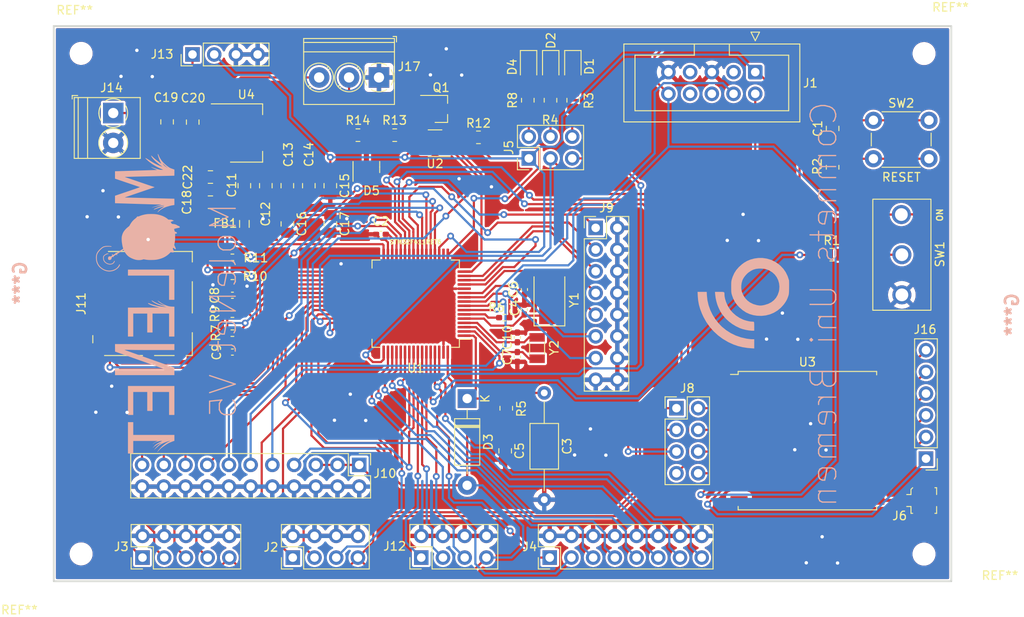
<source format=kicad_pcb>
(kicad_pcb (version 20211014) (generator pcbnew)
  (title_block (title "MoleNet V5.2") (date "2022-07-29") (rev "1") (company "Comnets Uni Bremen") (comment 1 "Eenesh Chavan"))
  (layers (0 "F.Cu" signal) (31 "B.Cu" signal) (34 "B.Paste" user) (35 "F.Paste" user) (36 "B.SilkS" user "B.Silkscreen") (37 "F.SilkS" user "F.Silkscreen") (38 "B.Mask" user) (39 "F.Mask" user) (44 "Edge.Cuts" user))
  (net 0 "")
  (net 1 "NRST")
  (net 2 "GND")
  (net 3 "VCAP_1")
  (net 4 "Net-(C3-Pad1)")
  (net 5 "OSC_IN")
  (net 6 "VBAT")
  (net 7 "Net-(C6-Pad1)")
  (net 8 "OSC32_IN")
  (net 9 "+3V3")
  (net 10 "OSC32_OUT")
  (net 11 "+3.3VA")
  (net 12 "+12V")
  (net 13 "Net-(D1-Pad2)")
  (net 14 "Net-(D2-Pad2)")
  (net 15 "Net-(D4-Pad2)")
  (net 17 "Net-(D5-Pad3)")
  (net 18 "SWDIO")
  (net 20 "SWCLK")
  (net 24 "PA8")
  (net 25 "PA9")
  (net 26 "PB3")
  (net 27 "PB4")
  (net 28 "PB12")
  (net 29 "PB13")
  (net 30 "PB14")
  (net 31 "PB15")
  (net 32 "PB8")
  (net 33 "PC9")
  (net 34 "PA15")
  (net 35 "PC10")
  (net 36 "PC11")
  (net 37 "PC12")
  (net 38 "PD2")
  (net 39 "PB9")
  (net 40 "Power_Led")
  (net 41 "SWD_LED")
  (net 42 "PB8_LED")
  (net 43 "Net-(J6-Pad1)")
  (net 44 "RFM_MISO")
  (net 45 "RFM_MISO_ON")
  (net 46 "RFM_MOSI")
  (net 47 "RFM_MOSI_ON")
  (net 48 "RFM_SCK")
  (net 49 "RFM_SCK_ON")
  (net 50 "RFM_CS")
  (net 51 "RFM_CS_ON")
  (net 52 "PC4")
  (net 53 "PC5")
  (net 54 "PC0")
  (net 55 "PA1")
  (net 56 "PA0")
  (net 57 "PC1")
  (net 58 "PC13")
  (net 59 "PB2")
  (net 60 "PB10")
  (net 61 "PC6")
  (net 62 "PC7")
  (net 63 "PC8")
  (net 65 "SD_CS")
  (net 66 "SD_MOSI")
  (net 67 "SD_SCK")
  (net 69 "SD_MISO")
  (net 70 "PB6")
  (net 71 "PB7")
  (net 72 "PB5")
  (net 73 "Net-(J16-Pad1)")
  (net 74 "Net-(J16-Pad2)")
  (net 75 "Net-(J16-Pad3)")
  (net 76 "Net-(J16-Pad4)")
  (net 77 "Net-(J16-Pad5)")
  (net 78 "Net-(J16-Pad6)")
  (net 79 "Net-(J17-Pad2)")
  (net 80 "Net-(Q1-Pad1)")
  (net 81 "USART2_Rx")
  (net 82 "BOOT0")
  (net 83 "Net-(R1-Pad2)")
  (net 84 "Net-(R2-Pad2)")
  (net 85 "OSC_OUT")
  (net 86 "PC2")
  (net 87 "PC3")
  (net 88 "USART2_Tx")
  (net 89 "DIR_Out")
  (footprint "Capacitor_SMD:C_0402_1005Metric_Pad0.74x0.62mm_HandSolder" (layer "F.Cu") (at 147.5307 95.2046 90)
    (fp_text reference "C10")
    (fp_text value "12pF")
  )
  (footprint "Capacitor_SMD:C_0805_2012Metric_Pad1.18x1.45mm_HandSolder" (layer "F.Cu") (at 118.11 77.4407 -90)
    (fp_text reference "C12")
    (fp_text value "100nF")
  )
  (footprint "Resistor_SMD:R_0805_2012Metric_Pad1.20x1.40mm_HandSolder" (layer "F.Cu") (at 154.0637 67.437 -90)
    (fp_text reference "R3")
    (fp_text value "220")
  )
  (footprint "Crystal:Crystal_SMD_5032-2Pin_5.0x3.2mm" (layer "F.Cu") (at 151.2824 90.805 90)
    (fp_text reference "Y1")
    (fp_text value "8MHz")
  )
  (footprint "Connector_PinHeader_2.54mm:PinHeader_2x04_P2.54mm_Vertical" (layer "F.Cu") (at 166.1414 103.4896)
    (fp_text reference "J8")
    (fp_text value "RFM_Switch")
  )
  (footprint "Connector_IDC:IDC-Header_2x05_P2.54mm_Vertical" (layer "F.Cu") (at 175.3616 64.1445 -90)
    (fp_text reference "J1")
    (fp_text value "SWD")
  )
  (footprint "Capacitor_SMD:C_0805_2012Metric_Pad1.18x1.45mm_HandSolder" (layer "F.Cu") (at 125.6588 81.915 -90)
    (fp_text reference "C17")
    (fp_text value "10nF")
  )
  (footprint "Capacitor_SMD:C_0402_1005Metric_Pad0.74x0.62mm_HandSolder" (layer "F.Cu") (at 131.572 83.1342 180)
    (fp_text reference "C2")
    (fp_text value "4.7uF")
  )
  (footprint "Resistor_SMD:R_0402_1005Metric_Pad0.72x0.64mm_HandSolder" (layer "F.Cu") (at 114.1984 92.4814 180)
    (fp_text reference "R9")
    (fp_text value "10K")
  )
  (footprint "LED_SMD:LED_0805_2012Metric_Pad1.15x1.40mm_HandSolder" (layer "F.Cu") (at 151.4348 63.4746 -90)
    (fp_text reference "D2")
    (fp_text value "LED")
  )
  (footprint "Capacitor_SMD:C_0805_2012Metric" (layer "F.Cu") (at 184.409 70.739 -90)
    (fp_text reference "C1")
    (fp_text value "10pF")
  )
  (footprint "Resistor_SMD:R_0805_2012Metric_Pad1.20x1.40mm_HandSolder" (layer "F.Cu") (at 146.2328 103.4956 -90)
    (fp_text reference "R5")
    (fp_text value "22")
  )
  (footprint "Resistor_SMD:R_0402_1005Metric_Pad0.72x0.64mm_HandSolder" (layer "F.Cu") (at 114.1984 94.70548 180)
    (fp_text reference "R7")
    (fp_text value "10K")
  )
  (footprint "MountingHole:MountingHole_2.2mm_M2" (layer "F.Cu") (at 195.107 61.9744)
    (fp_text reference "REF**")
    (fp_text value "MountingHole_2.2mm_M2")
  )
  (footprint "Resistor_SMD:R_0805_2012Metric_Pad1.20x1.40mm_HandSolder" (layer "F.Cu") (at 184.3168 85.5218)
    (fp_text reference "R1")
    (fp_text value "10K")
  )
  (footprint "Capacitor_SMD:C_0805_2012Metric_Pad1.18x1.45mm_HandSolder" (layer "F.Cu") (at 109.5552 69.9985 -90)
    (fp_text reference "C20")
    (fp_text value "1uF")
  )
  (footprint "Capacitor_SMD:C_0805_2012Metric_Pad1.18x1.45mm_HandSolder" (layer "F.Cu") (at 111.6291 76.4286 180)
    (fp_text reference "C22")
    (fp_text value "1uF")
  )
  (footprint "Capacitor_SMD:C_0805_2012Metric_Pad1.18x1.45mm_HandSolder" (layer "F.Cu") (at 125.6538 77.4407 -90)
    (fp_text reference "C15")
    (fp_text value "100nF")
  )
  (footprint "MountingHole:MountingHole_2.2mm_M2" (layer "F.Cu") (at 195.1024 120.5738)
    (fp_text reference "REF**")
    (fp_text value "MountingHole_2.2mm_M2")
  )
  (footprint "Capacitor_SMD:C_0805_2012Metric_Pad1.18x1.45mm_HandSolder" (layer "F.Cu") (at 111.6291 79.375 180)
    (fp_text reference "C18")
    (fp_text value "1uF")
  )
  (footprint "Resistor_SMD:R_0402_1005Metric_Pad0.72x0.64mm_HandSolder" (layer "F.Cu") (at 114.1984 88.05324 180)
    (fp_text reference "R10")
    (fp_text value "10K")
  )
  (footprint "Capacitor_SMD:C_0805_2012Metric_Pad1.18x1.45mm_HandSolder" (layer "F.Cu") (at 120.6296 81.915 -90)
    (fp_text reference "C16")
    (fp_text value "1uF")
  )
  (footprint "Capacitor_SMD:C_0805_2012Metric_Pad1.18x1.45mm_HandSolder" (layer "F.Cu") (at 115.5954 77.4407 -90)
    (fp_text reference "C11")
    (fp_text value "4.7uF")
  )
  (footprint "Connector_PinHeader_2.54mm:PinHeader_2x08_P2.54mm_Vertical" (layer "F.Cu") (at 156.6926 82.3794)
    (fp_text reference "J9")
    (fp_text value "ADC_Pin")
  )
  (footprint "Inductor_SMD:L_0805_2012Metric_Pad1.05x1.20mm_HandSolder" (layer "F.Cu") (at 115.6004 81.915 90)
    (fp_text reference "FB1")
    (fp_text value "Ferrite_Bead")
  )
  (footprint "Capacitor_SMD:C_0805_2012Metric_Pad1.18x1.45mm_HandSolder" (layer "F.Cu") (at 123.1392 77.4407 -90)
    (fp_text reference "C14")
    (fp_text value "100nF")
  )
  (footprint "Resistor_SMD:R_0805_2012Metric_Pad1.20x1.40mm_HandSolder" (layer "F.Cu") (at 151.4094 67.437 -90)
    (fp_text reference "R4")
    (fp_text value "220")
  )
  (footprint "Resistor_SMD:R_0805_2012Metric_Pad1.20x1.40mm_HandSolder" (layer "F.Cu") (at 142.9816 71.7804)
    (fp_text reference "R12")
    (fp_text value "220")
  )
  (footprint "Resistor_SMD:R_0402_1005Metric_Pad0.72x0.64mm_HandSolder" (layer "F.Cu") (at 145.9942 92.8878 180)
    (fp_text reference "R6")
    (fp_text value "10K")
  )
  (footprint "LED_SMD:LED_0805_2012Metric_Pad1.15x1.40mm_HandSolder" (layer "F.Cu") (at 148.844 63.4746 -90)
    (fp_text reference "D4")
    (fp_text value "LED")
  )
  (footprint "Capacitor_SMD:C_0402_1005Metric_Pad0.74x0.62mm_HandSolder" (layer "F.Cu") (at 148.336 91.948 90)
    (fp_text reference "C4")
    (fp_text value "20pF")
  )
  (footprint "Diode_THT:D_DO-41_SOD81_P10.16mm_Horizontal" (layer "F.Cu") (at 141.6608 102.362 -90)
    (fp_text reference "D3")
    (fp_text value "1N5817")
  )
  (footprint "Resistor_SMD:R_0805_2012Metric_Pad1.20x1.40mm_HandSolder" (layer "F.Cu") (at 133.1866 71.5264 180)
    (fp_text reference "R13")
    (fp_text value "220")
  )
  (footprint "Connector_PinHeader_2.54mm:PinHeader_2x11_P2.54mm_Vertical" (layer "F.Cu") (at 129.032 110.1294 -90)
    (fp_text reference "J10")
    (fp_text value "Unused Pins")
  )
  (footprint "Capacitor_SMD:C_0402_1005Metric_Pad0.74x0.62mm_HandSolder" (layer "F.Cu") (at 114.1984 96.91956)
    (fp_text reference "C9")
    (fp_text value "4.7uF")
  )
  (footprint "RF_Module:HOPERF_RFM9XW_SMD" (layer "F.Cu") (at 181.4626 107.2896)
    (fp_text reference "U3")
    (fp_text value "RFM95W_96W_98W")
  )
  (footprint "Connector_Coaxial:U.FL_Molex_MCRF_73412-0110_Vertical" (layer "F.Cu") (at 195.077 114.3 -90)
    (fp_text reference "J6")
    (fp_text value "RF_UFL_Connector")
  )
  (footprint "TerminalBlock_Phoenix:TerminalBlock_Phoenix_PT-1,5-2-3.5-H_1x02_P3.50mm_Horizontal" (layer "F.Cu") (at 100.2588 68.9356 -90)
    (fp_text reference "J14")
    (fp_text value "Power In")
  )
  (footprint "TerminalBlock_Phoenix:TerminalBlock_Phoenix_PT-1,5-3-3.5-H_1x03_P3.50mm_Horizontal" (layer "F.Cu") (at 131.3434 64.77 180)
    (fp_text reference "J17")
    (fp_text value "SDI-12")
  )
  (footprint "Capacitor_SMD:C_0805_2012Metric_Pad1.18x1.45mm_HandSolder" (layer "F.Cu") (at 120.6246 77.4407 -90)
    (fp_text reference "C13")
    (fp_text value "100nF")
  )
  (footprint "Connector_PinHeader_2.54mm:PinHeader_2x05_P2.54mm_Vertical" (layer "F.Cu") (at 103.6828 120.9802 90)
    (fp_text reference "J3")
    (fp_text value "SPI Interface")
  )
  (footprint "Connector_PinHeader_2.54mm:PinHeader_1x04_P2.54mm_Vertical" (layer "F.Cu") (at 109.5298 62.0776 90)
    (fp_text reference "J13")
    (fp_text value "Power Out")
  )
  (footprint "MountingHole:MountingHole_2.2mm_M2" (layer "F.Cu") (at 96.4996 61.9506)
    (fp_text reference "REF**")
    (fp_text value locked "MountingHole_2.2mm_M2")
  )
  (footprint "Capacitor_SMD:C_0805_2012Metric_Pad1.18x1.45mm_HandSolder" (layer "F.Cu") (at 106.558 69.9731 -90)
    (fp_text reference "C19")
    (fp_text value "4.7uF")
  )
  (footprint "Connector_PinHeader_2.54mm:PinHeader_2x04_P2.54mm_Vertical" (layer "F.Cu") (at 121.261133 120.9802 90)
    (fp_text reference "J2")
    (fp_text value "USART Interface")
  )
  (footprint "Capacitor_SMD:C_0402_1005Metric_Pad0.74x0.62mm_HandSolder" (layer "F.Cu") (at 147.5307 97.4906 -90)
    (fp_text reference "C7")
    (fp_text value "12pF")
  )
  (footprint "Connector_PinHeader_2.54mm:PinHeader_2x04_P2.54mm_Vertical" (layer "F.Cu") (at 136.289466 120.9802 90)
    (fp_text reference "J12")
    (fp_text value "I2C Interface")
  )
  (footprint "Capacitor_THT:C_Axial_L5.1mm_D3.1mm_P12.50mm_Horizontal" (layer "F.Cu") (at 150.6778 101.7 -90)
    (fp_text reference "C3")
    (fp_text value "1F")
  )
  (footprint "Crystal:Crystal_SMD_3215-2Pin_3.2x1.5mm" (layer "F.Cu") (at 149.8421 96.4492 -90)
    (fp_text reference "Y2")
    (fp_text value "32kHz")
  )
  (footprint "Package_TO_SOT_SMD:SOT-23-5" (layer "F.Cu") (at 137.9016 72.4662 180)
    (fp_text reference "U2")
    (fp_text value "SN74LVC1G125DBVR")
  )
  (footprint "Resistor_SMD:R_0805_2012Metric_Pad1.20x1.40mm_HandSolder" (layer "F.Cu") (at 128.8846 71.5264 180)
    (fp_text reference "R14")
    (fp_text value "220")
  )
  (footprint "Capacitor_SMD:C_0805_2012Metric_Pad1.18x1.45mm_HandSolder" (layer "F.Cu") (at 146.1058 108.4834 -90)
    (fp_text reference "C5")
    (fp_text value "100nF")
  )
  (footprint "Connector_Card:microSD_HC_Molex_104031-0811" (layer "F.Cu") (at 103.6878 91.2544 90)
    (fp_text reference "J11")
    (fp_text value "Micro_SD_Card")
  )
  (footprint "Resistor_SMD:R_0805_2012Metric_Pad1.20x1.40mm_HandSolder" (layer "F.Cu") (at 148.7551 67.437 -90)
    (fp_text reference "R8")
    (fp_text value "220")
  )
  (footprint "Package_TO_SOT_SMD:SOT-23" (layer "F.Cu") (at 129.8702 75.2602 90)
    (fp_text reference "D5")
    (fp_text value "BZX84C7V5LT1G")
  )
  (footprint "STM32:LQFP-64_10x10mm_P0.5mm" (layer "F.Cu") (at 135.641 91.2544 180)
    (fp_text reference "U1")
    (fp_text value "STM32F411R(C_E)T6")
  )
  (footprint "Package_TO_SOT_SMD:SOT-23_Handsoldering" (layer "F.Cu") (at 138.6128 68.453)
    (fp_text reference "Q1")
    (fp_text value "BSS123LT1G")
  )
  (footprint "LED_SMD:LED_0805_2012Metric_Pad1.15x1.40mm_HandSolder" (layer "F.Cu") (at 154.0256 63.4746 -90)
    (fp_text reference "D1")
    (fp_text value "LED")
  )
  (footprint "Resistor_SMD:R_0805_2012Metric_Pad1.20x1.40mm_HandSolder" (layer "F.Cu") (at 184.409 75.2856 90)
    (fp_text reference "R2")
    (fp_text value "10K")
  )
  (footprint "Resistor_SMD:R_0402_1005Metric_Pad0.72x0.64mm_HandSolder" (layer "F.Cu") (at 114.1984 85.82916 180)
    (fp_text reference "R11")
    (fp_text value "10K")
  )
  (footprint "Button_Switch_THT:SW_PUSH_6mm_H4.3mm" (layer "F.Cu") (at 189.1854 69.7844)
    (fp_text reference "SW2")
    (fp_text value "RESET")
  )
  (footprint "Capacitor_SMD:C_0402_1005Metric_Pad0.74x0.62mm_HandSolder" (layer "F.Cu") (at 114.1984 90.26732)
    (fp_text reference "C8")
    (fp_text value "4.7uF")
  )
  (footprint "Capacitor_SMD:C_0402_1005Metric_Pad0.74x0.62mm_HandSolder" (layer "F.Cu") (at 148.3564 89.5945 -90)
    (fp_text reference "C6")
    (fp_text value "20pF")
  )
  (footprint "My_Library:Switch_SPDT_THT" (layer "F.Cu") (at 192.5334 85.4456 90)
    (fp_text reference "SW1")
    (fp_text value "BOOT0")
  )
  (footprint "Package_TO_SOT_SMD:SOT-223-3_TabPin2" (layer "F.Cu") (at 115.824 71.2724)
    (fp_text reference "U4")
    (fp_text value "MCP1703")
  )
  (footprint "MountingHole:MountingHole_2.2mm_M2" (layer "F.Cu") (at 96.4996 120.5484)
    (fp_text reference "REF**")
    (fp_text value "MountingHole_2.2mm_M2")
  )
  (footprint "Connector_PinHeader_2.54mm:PinHeader_1x06_P2.54mm_Vertical" (layer "F.Cu") (at 195.331 109.3978 180)
    (fp_text reference "J16")
    (fp_text value locked "RFM_DIO")
  )
  (footprint "Connector_PinHeader_2.54mm:PinHeader_2x08_P2.54mm_Vertical" (layer "F.Cu") (at 151.3178 120.9802 90)
    (fp_text reference "J4")
    (fp_text value "Unused Pin")
  )
  (footprint "Connector_PinHeader_2.54mm:PinHeader_2x03_P2.54mm_Vertical" (layer "F.Cu") (at 148.8694 74.2442 90)
    (fp_text reference "J5")
    (fp_text value "LED_Switch")
  )
  (footprint "LOGO" (layer "B.Cu") (at 103.140927 91.359158 -90)
    (fp_text reference "G***")
    (fp_text value "LOGO" hide)
  )
  (footprint "LOGO" (layer "B.Cu") (at 173.98 91.21 -90)
    (fp_text reference "G***")
    (fp_text value "LOGO" hide)
  )
  (gr_rect locked (start 93.297 123.7544) (end 198.297 58.7544) (layer "Edge.Cuts") (width 0.2) (fill none))
  (gr_text "MoleNet V5" (at 113.15 92.1 90) (layer "B.SilkS") (effects (font (size 3 3)) (justify mirror)))
  (gr_text "Comnets Uni Bremen" (at 183.39 91.34 90) (layer "B.SilkS") (effects (font (size 3 3)) (justify mirror)))
  (gr_text "RESET" (at 192.45 76.45) (layer "F.SilkS") (effects (font (size 1 1))))
  (gr_text "ON" (at 196.95 80.87 90) (layer "F.SilkS") (effects (font (size 0.7 0.7))))
  (gr_text "STM32F411RET6" (at 135.63 84.03) (layer "F.SilkS") (effects (font (size 0.5 0.5) (thickness 0.125))))
  (segment locked (start 173.4626 110.2896) (end 172.3108 110.2896) (width 0.254) (layer "F.Cu") (net 1))
  (segment locked (start 163.576 62.357) (end 163.576 65.0589) (width 0.254) (layer "F.Cu") (net 1))
  (segment locked (start 184.4136 69.7844) (end 189.1854 69.7844) (width 0.254) (layer "F.Cu") (net 1))
  (segment locked (start 184.409 69.789) (end 184.4136 69.7844) (width 0.254) (layer "F.Cu") (net 1))
  (segment locked (start 145.003 92.0044) (end 141.316 92.0044) (width 0.254) (layer "F.Cu") (net 1))
  (segment locked (start 184.2414 69.789) (end 175.7172 61.2648) (width 0.254) (layer "F.Cu") (net 1))
  (segment locked (start 184.409 69.789) (end 184.2414 69.789) (width 0.254) (layer "F.Cu") (net 1))
  (segment locked (start 163.576 65.0589) (end 165.2016 66.6845) (width 0.254) (layer "F.Cu") (net 1))
  (segment locked (start 172.3108 110.2896) (end 168.9862 113.6142) (width 0.254) (layer "F.Cu") (net 1))
  (segment locked (start 175.7172 61.2648) (end 164.6682 61.2648) (width 0.254) (layer "F.Cu") (net 1))
  (segment locked (start 189.1854 69.7844) (end 195.6854 69.7844) (width 0.254) (layer "F.Cu") (net 1))
  (segment locked (start 164.6682 61.2648) (end 163.576 62.357) (width 0.254) (layer "F.Cu") (net 1))
  (segment locked (start 145.1102 91.8972) (end 145.003 92.0044) (width 0.254) (layer "F.Cu") (net 1))
  (via locked (at 168.9862 113.6142) (size 0.8) (drill 0.4) (layers "F.Cu" "B.Cu") (net 1))
  (via locked (at 145.1102 91.8972) (size 0.8) (drill 0.4) (layers "F.Cu" "B.Cu") (net 1))
  (segment locked (start 168.9862 113.6142) (end 180.7464 113.6142) (width 0.254) (layer "B.Cu") (net 1))
  (segment locked (start 145.1102 89.8652) (end 148.209 86.7664) (width 0.254) (layer "B.Cu") (net 1))
  (segment locked (start 154.0764 80.8228) (end 155.2194 79.6798) (width 0.254) (layer "B.Cu") (net 1))
  (segment locked (start 154.0764 86.1822) (end 154.0764 80.8228) (width 0.254) (layer "B.Cu") (net 1))
  (segment locked (start 184.7596 80.137) (end 177.4952 72.8726) (width 0.254) (layer "B.Cu") (net 1))
  (segment locked (start 148.209 86.7664) (end 153.4922 86.7664) (width 0.254) (layer "B.Cu") (net 1))
  (segment locked (start 165.2016 72.8726) (end 165.2016 66.6845) (width 0.254) (layer "B.Cu") (net 1))
  (segment locked (start 177.4952 72.8726) (end 165.2016 72.8726) (width 0.254) (layer "B.Cu") (net 1))
  (segment locked (start 158.3944 79.6798) (end 165.2016 72.8726) (width 0.254) (layer "B.Cu") (net 1))
  (segment locked (start 184.7596 109.601) (end 184.7596 80.137) (width 0.254) (layer "B.Cu") (net 1))
  (segment locked (start 180.7464 113.6142) (end 184.7596 109.601) (width 0.254) (layer "B.Cu") (net 1))
  (segment locked (start 153.4922 86.7664) (end 154.0764 86.1822) (width 0.254) (layer "B.Cu") (net 1))
  (segment locked (start 155.2194 79.6798) (end 158.3944 79.6798) (width 0.254) (layer "B.Cu") (net 1))
  (segment locked (start 145.1102 91.8972) (end 145.1102 89.8652) (width 0.254) (layer "B.Cu") (net 1))
  (segment locked (start 131.6415 83.7712) (end 131.0045 83.1342) (width 0.254) (layer "F.Cu") (net 2))
  (segment locked (start 132.0912 83.7712) (end 131.6415 83.7712) (width 0.254) (layer "F.Cu") (net 2))
  (segment locked (start 132.391 84.071) (end 132.0912 83.7712) (width 0.254) (layer "F.Cu") (net 2))
  (segment locked (start 132.391 85.5794) (end 132.391 84.071) (width 0.254) (layer "F.Cu") (net 2))
  (via locked (at 179.9824 108.3546) (size 0.8) (drill 0.4) (layers "F.Cu" "B.Cu") (net 2))
  (via locked (at 157.8864 108.9914) (size 0.8) (drill 0.4) (layers "F.Cu" "B.Cu") (net 2))
  (via locked (at 115.91 89.2) (size 0.8) (drill 0.4) (layers "F.Cu" "B.Cu") (net 2))
  (via locked (at 140.716 76.6318) (size 0.8) (drill 0.4) (layers "F.Cu" "B.Cu") (net 2))
  (via locked (at 175.7426 83.8708) (size 0.8) (drill 0.4) (layers "F.Cu" "B.Cu") (net 2))
  (via locked (at 111.92 89.05) (size 0.8) (drill 0.4) (layers "F.Cu" "B.Cu") (net 2))
  (via locked (at 181.3306 121.5898) (size 0.8) (drill 0.4) (layers "F.Cu" "B.Cu") (net 2))
  (via locked (at 127.9906 101.854) (size 0.8) (drill 0.4) (layers "F.Cu" "B.Cu") (net 2))
  (via locked (at 103.0224 61.595) (size 0.8) (drill 0.4) (layers "F.Cu" "B.Cu") (net 2))
  (via locked (at 99.06 78.0288) (size 0.8) (drill 0.4) (layers "F.Cu" "B.Cu") (net 2))
  (via locked (at 183.1848 118.5418) (size 0.8) (drill 0.4) (layers "F.Cu" "B.Cu") (net 2))
  (via locked (at 137.3632 64.4652) (size 0.8) (drill 0.4) (layers "F.Cu" "B.Cu") (net 2))
  (via locked (at 139.2174 61.4172) (size 0.8) (drill 0.4) (layers "F.Cu" "B.Cu") (net 2))
  (via locked (at 100.076 100.9142) (size 0.8) (drill 0.4) (layers "F.Cu" "B.Cu") (net 2))
  (via locked (at 111.9 91.61) (size 0.8) (drill 0.4) (layers "F.Cu" "B.Cu") (net 2))
  (via locked (at 117.7798 81.3054) (size 0.8) (drill 0.4) (layers "F.Cu" "B.Cu") (net 2))
  (via locked (at 126.91 86.59) (size 0.8) (drill 0.4) (layers "F.Cu" "B.Cu") (net 2))
  (via locked (at 181.8366 105.3066) (size 0.8) (drill 0.4) (layers "F.Cu" "B.Cu") (net 2))
  (via locked (at 98.2218 103.9622) (size 0.8) (drill 0.4) (layers "F.Cu" "B.Cu") (net 2))
  (via locked (at 104.8258 64.6684) (size 0.8) (drill 0.4) (layers "F.Cu" "B.Cu") (net 2))
  (via locked (at 97.2058 81.0768) (size 0.8) (drill 0.4) (layers "F.Cu" "B.Cu") (net 2))
  (via locked (at 127.5842 81.3054) (size 0.8) (drill 0.4) (layers "F.Cu" "B.Cu") (net 2))
  (via locked (at 129.794 104.9274) (size 0.8) (drill 0.4) (layers "F.Cu" "B.Cu") (net 2))
  (via locked (at 173.9392 80.7974) (size 0.8) (drill 0.4) (layers "F.Cu" "B.Cu") (net 2))
  (via locked (at 141.0208 64.4906) (size 0.8) (drill 0.4) (layers "F.Cu" "B.Cu") (net 2))
  (via locked (at 180.34 95.4278) (size 0.8) (drill 0.4) (layers "F.Cu" "B.Cu") (net 2))
  (via locked (at 183.64 108.38) (size 0.8) (drill 0.4) (layers "F.Cu" "B.Cu") (net 2))
  (via locked (at 178.5366 92.3544) (size 0.8) (drill 0.4) (layers "F.Cu" "B.Cu") (net 2))
  (via locked (at 172.085 83.8454) (size 0.8) (drill 0.4) (layers "F.Cu" "B.Cu") (net 2))
  (via locked (at 101.8794 103.9876) (size 0.8) (drill 0.4) (layers "F.Cu" "B.Cu") (net 2))
  (via locked (at 184.9882 121.6152) (size 0.8) (drill 0.4) (layers "F.Cu" "B.Cu") (net 2))
  (via locked (at 126.1364 104.902) (size 0.8) (drill 0.4) (layers "F.Cu" "B.Cu") (net 2))
  (via locked (at 100.8634 81.1022) (size 0.8) (drill 0.4) (layers "F.Cu" "B.Cu") (net 2))
  (via locked (at 101.1682 64.643) (size 0.8) (drill 0.4) (layers "F.Cu" "B.Cu") (net 2))
  (via locked (at 144.5006 77.5716) (size 0.8) (drill 0.4) (layers "F.Cu" "B.Cu") (net 2))
  (via locked (at 176.6824 95.4024) (size 0.8) (drill 0.4) (layers "F.Cu" "B.Cu") (net 2))
  (via locked (at 154.2288 108.966) (size 0.8) (drill 0.4) (layers "F.Cu" "B.Cu") (net 2))
  (via locked (at 156.083 105.918) (size 0.8) (drill 0.4) (layers "F.Cu" "B.Cu") (net 2))
  (segment locked (start 132.891 83.5896) (end 132.891 85.5794) (width 0.254) (layer "F.Cu") (net 3))
  (segment locked (start 132.4356 83.1342) (end 132.891 83.5896) (width 0.25) (layer "F.Cu") (net 3))
  (segment locked (start 132.1395 83.1342) (end 132.4356 83.1342) (width 0.25) (layer "F.Cu") (net 3))
  (segment locked (start 146.2328 102.4956) (end 147.0284 101.7) (width 0.254) (layer "F.Cu") (net 4))
  (segment locked (start 147.0284 101.7) (end 150.6778 101.7) (width 0.254) (layer "F.Cu") (net 4))
  (segment locked (start 141.316 93.0044) (end 143.622368 93.0044) (width 0.254) (layer "F.Cu") (net 5))
  (segment locked (start 147.0239 93.8276) (end 148.336 92.5155) (width 0.254) (layer "F.Cu") (net 5))
  (segment locked (start 148.336 92.5155) (end 148.4755 92.655) (width 0.254) (layer "F.Cu") (net 5))
  (segment locked (start 144.445568 93.8276) (end 147.0239 93.8276) (width 0.254) (layer "F.Cu") (net 5))
  (segment locked (start 143.622368 93.0044) (end 144.445568 93.8276) (width 0.254) (layer "F.Cu") (net 5))
  (segment locked (start 148.4755 92.655) (end 151.2824 92.655) (width 0.254) (layer "F.Cu") (net 5))
  (segment locked (start 142.6718 95.2754) (end 142.6718 101.351) (width 0.254) (layer "F.Cu") (net 6))
  (segment locked (start 142.6718 101.351) (end 141.6608 102.362) (width 0.254) (layer "F.Cu") (net 6))
  (segment locked (start 144.0992 102.362) (end 146.2328 104.4956) (width 0.254) (layer "F.Cu") (net 6))
  (segment locked (start 146.2328 104.4956) (end 146.1058 104.6226) (width 0.254) (layer "F.Cu") (net 6))
  (segment locked (start 141.316 95.0044) (end 142.4008 95.0044) (width 0.254) (layer "F.Cu") (net 6))
  (segment locked (start 141.6608 102.362) (end 144.0992 102.362) (width 0.254) (layer "F.Cu") (net 6))
  (segment locked (start 142.4008 95.0044) (end 142.6718 95.2754) (width 0.254) (layer "F.Cu") (net 6))
  (segment locked (start 146.1058 104.6226) (end 146.1058 107.4459) (width 0.254) (layer "F.Cu") (net 6))
  (segment locked (start 148.4284 88.955) (end 151.2824 88.955) (width 0.254) (layer "F.Cu") (net 7))
  (segment locked (start 148.3564 89.027) (end 146.5917 90.7917) (width 0.254) (layer "F.Cu") (net 7))
  (segment locked (start 148.3564 89.027) (end 148.4284 88.955) (width 0.254) (layer "F.Cu") (net 7))
  (segment locked (start 146.5917 90.7917) (end 146.5917 92.8878) (width 0.254) (layer "F.Cu") (net 7))
  (segment locked (start 147.5307 96.9231) (end 148.1266 96.9231) (width 0.254) (layer "F.Cu") (net 8))
  (segment locked (start 148.1266 96.9231) (end 148.9027 97.6992) (width 0.254) (layer "F.Cu") (net 8))
  (segment locked (start 148.9027 97.6992) (end 149.8421 97.6992) (width 0.254) (layer "F.Cu") (net 8))
  (segment locked (start 145.6149 96.9231) (end 147.5307 96.9231) (width 0.254) (layer "F.Cu") (net 8))
  (segment locked (start 141.316 94.0044) (end 142.6962 94.0044) (width 0.254) (layer "F.Cu") (net 8))
  (segment locked (start 142.6962 94.0044) (end 145.6149 96.9231) (width 0.254) (layer "F.Cu") (net 8))
  (segment locked (start 113.6309 92.4514) (end 113.6009 92.4814) (width 0.254) (layer "F.Cu") (net 9))
  (segment locked (start 138.391 85.5794) (end 138.391 84.6718) (width 0.254) (layer "F.Cu") (net 9))
  (segment locked (start 132.715 111.252) (end 133.985 112.522) (width 0.254) (layer "F.Cu") (net 9))
  (segment locked (start 194.0814 87.9856) (end 194.9196 87.1474) (width 0.254) (layer "F.Cu") (net 9))
  (segment locked (start 184.7332 80.8218) (end 192.4516 80.8218) (width 0.254) (layer "F.Cu") (net 9))
  (segment locked (start 191.2112 87.9856) (end 194.0814 87.9856) (width 0.254) (layer "F.Cu") (net 9))
  (segment locked (start 175.6251 64.1445) (end 180.5432 69.0626) (width 0.254) (layer "F.Cu") (net 9))
  (segment locked (start 129.966 95.0044) (end 128.7696 95.0044) (width 0.254) (layer "F.Cu") (net 9))
  (segment locked (start 189.4626 106.2896) (end 187.8236 106.2896) (width 0.254) (layer "F.Cu") (net 9))
  (segment locked (start 139.8778 100.33) (end 139.8778 103.7336) (width 0.254) (layer "F.Cu") (net 9))
  (segment locked (start 112.674 76.4212) (end 112.6666 76.4286) (width 0.254) (layer "F.Cu") (net 9))
  (segment locked (start 133.985 112.522) (end 141.6608 112.522) (width 0.254) (layer "F.Cu") (net 9))
  (segment locked (start 194.9196 87.1474) (end 194.9196 81.8896) (width 0.254) (layer "F.Cu") (net 9))
  (segment locked (start 135.0162 73.4162) (end 136.7641 73.4162) (width 0.254) (layer "F.Cu") (net 9))
  (segment locked (start 131.891 85.5794) (end 131.8768 85.5652) (width 0.254) (layer "F.Cu") (net 9))
  (segment locked (start 180.5432 69.0626) (end 180.5432 76.6318) (width 0.254) (layer "F.Cu") (net 9))
  (segment locked (start 131.2164 106.9848) (end 132.715 108.4834) (width 0.254) (layer "F.Cu") (net 9))
  (segment locked (start 187.2234 91.9734) (end 191.2112 87.9856) (width 0.254) (layer "F.Cu") (net 9))
  (segment locked (start 112.6666 76.4286) (end 112.6666 79.375) (width 0.254) (layer "F.Cu") (net 9))
  (segment locked (start 134.366 74.0664) (end 135.0162 73.4162) (width 0.254) (layer "F.Cu") (net 9))
  (segment locked (start 113.8428 120.9802) (end 115.316 122.4534) (width 0.254) (layer "F.Cu") (net 9))
  (segment locked (start 113.6009 85.82916) (end 113.6009 88.05324) (width 0.254) (layer "F.Cu") (net 9))
  (segment locked (start 120.6246 76.4032) (end 125.6538 76.4032) (width 0.254) (layer "F.Cu") (net 9))
  (segment locked (start 97.5106 91.0594) (end 96.57 92) (width 0.254) (layer "F.Cu") (net 9))
  (segment locked (start 187.8236 106.2896) (end 187.2234 105.6894) (width 0.254) (layer "F.Cu") (net 9))
  (segment locked (start 98.2378 91.0594) (end 97.5106 91.0594) (width 0.254) (layer "F.Cu") (net 9))
  (segment locked (start 123.952 110.1294) (end 126.492 110.1294) (width 0.254) (layer "F.Cu") (net 9))
  (segment locked (start 126.492 110.1294) (end 129.032 110.1294) (width 0.254) (layer "F.Cu") (net 9))
  (segment locked (start 115.57 76.4286) (end 115.5954 76.4032) (width 0.254) (layer "F.Cu") (net 9))
  (segment locked (start 113.6009 85.82916) (end 113.6009 84.2893) (width 0.254) (layer "F.Cu") (net 9))
  (segment locked (start 131.8768 84.4042) (end 131.7619 84.2893) (width 0.254) (layer "F.Cu") (net 9))
  (segment locked (start 127.407933 122.4534) (end 128.881133 120.9802) (width 0.254) (layer "F.Cu") (net 9))
  (segment locked (start 194.9196 81.8896) (end 193.8274 80.7974) (width 0.254) (layer "F.Cu") (net 9))
  (segment locked (start 113.6009 88.05324) (end 113.6009 90.23732) (width 0.254) (layer "F.Cu") (net 9))
  (segment locked (start 128.7696 95.0044) (end 124.841 98.933) (width 0.254) (layer "F.Cu") (net 9))
  (segment locked (start 125.8316 106.9848) (end 131.2164 106.9848) (width 0.254) (layer "F.Cu") (net 9))
  (segment locked (start 112.6666 79.375) (end 114.2104 79.375) (width 0.254) (layer "F.Cu") (net 9))
  (segment locked (start 128.881133 120.9802) (end 130.379733 122.4788) (width 0.254) (layer "F.Cu") (net 9))
  (segment locked (start 141.6608 105.5166) (end 141.6608 112.522) (width 0.254) (layer "F.Cu") (net 9))
  (segment locked (start 130.675757 111.773157) (end 130.675757 119.185576) (width 0.254) (layer "F.Cu") (net 9))
  (segment locked (start 110.64668 90.26732) (end 113.6309 90.26732) (width 0.254) (layer "F.Cu") (net 9))
  (segment locked (start 124.841 105.9942) (end 125.8316 106.9848) (width 0.254) (layer "F.Cu") (net 9))
  (segment locked (start 98.2378 91.0594) (end 109.8546 91.0594) (width 0.254) (layer "F.Cu") (net 9))
  (segment locked (start 180.5432 76.6318) (end 184.7332 80.8218) (width 0.254) (layer "F.Cu") (net 9))
  (segment locked (start 115.5954 76.4032) (end 118.11 76.4032) (width 0.254) (layer "F.Cu") (net 9))
  (segment locked (start 175.3616 64.1445) (end 175.6251 64.1445) (width 0.254) (layer "F.Cu") (net 9))
  (segment locked (start 113.6009 84.2893) (end 113.6009 82.7645) (width 0.254) (layer "F.Cu") (net 9))
  (segment locked (start 125.6538 76.4032) (end 125.6538 74.1172) (width 0.254) (layer "F.Cu") (net 9))
  (segment locked (start 139.8778 103.7336) (end 141.6608 105.5166) (width 0.254) (layer "F.Cu") (net 9))
  (segment locked (start 96.57 92) (end 96.57 115.44) (width 0.254) (layer "F.Cu") (net 9))
  (segment locked (start 102.26 122.79) (end 112.033 122.79) (width 0.254) (layer "F.Cu") (net 9))
  (segment locked (start 131.7619 84.2893) (end 113.6009 84.2893) (width 0.254) (layer "F.Cu") (net 9))
  (segment locked (start 112.6666 76.4286) (end 115.57 76.4286) (width 0.254) (layer "F.Cu") (net 9))
  (segment locked (start 144.4454 74.2442) (end 148.8694 74.2442) (width 0.254) (layer "F.Cu") (net 9))
  (segment locked (start 141.9816 71.7804) (end 144.4454 74.2442) (width 0.254) (layer "F.Cu") (net 9))
  (segment locked (start 130.379733 122.4788) (end 142.410866 122.4788) (width 0.254) (layer "F.Cu") (net 9))
  (segment locked (start 114.2104 79.375) (end 115.6004 80.765) (width 0.254) (layer "F.Cu") (net 9))
  (segment locked (start 113.6309 90.26732) (end 113.6309 92.4514) (width 0.254) (layer "F.Cu") (net 9))
  (segment locked (start 132.715 108.4834) (end 132.715 111.252) (width 0.254) (layer "F.Cu") (net 9))
  (segment locked (start 193.8274 80.7974) (end 192.476 80.7974) (width 0.254) (layer "F.Cu") (net 9))
  (segment locked (start 113.6009 96.88956) (end 113.6309 96.91956) (width 0.254) (layer "F.Cu") (net 9))
  (segment locked (start 192.476 80.7974) (end 192.4516 80.8218) (width 0.254) (layer "F.Cu") (net 9))
  (segment locked (start 129.032 110.1294) (end 130.675757 111.773157) (width 0.254) (layer "F.Cu") (net 9))
  (segment locked (start 109.8546 91.0594) (end 110.64668 90.26732) (width 0.254) (layer "F.Cu") (net 9))
  (segment locked (start 138.391 84.6718) (end 139.7254 83.3374) (width 0.254) (layer "F.Cu") (net 9))
  (segment locked (start 124.841 98.933) (end 124.841 105.9942) (width 0.254) (layer "F.Cu") (net 9))
  (segment locked (start 130.675757 119.185576) (end 128.881133 120.9802) (width 0.254) (layer "F.Cu") (net 9))
  (segment locked (start 112.033 122.79) (end 113.8428 120.9802) (width 0.254) (layer "F.Cu") (net 9))
  (segment locked (start 113.6009 90.23732) (end 113.6309 90.26732) (width 0.254) (layer "F.Cu") (net 9))
  (segment locked (start 101.24 120.11) (end 101.24 121.77) (width 0.254) (layer "F.Cu") (net 9))
  (segment locked (start 142.410866 122.4788) (end 143.909466 120.9802) (width 0.254) (layer "F.Cu") (net 9))
  (segment locked (start 96.57 115.44) (end 101.24 120.11) (width 0.254) (layer "F.Cu") (net 9))
  (segment locked (start 118.11 76.4032) (end 120.6246 76.4032) (width 0.254) (layer "F.Cu") (net 9))
  (segment locked (start 134.366 74.1172) (end 134.366 74.0664) (width 0.254) (layer "F.Cu") (net 9))
  (segment locked (start 113.6009 92.4814) (end 113.6009 94.70548) (width 0.254) (layer "F.Cu") (net 9))
  (segment locked (start 131.8768 85.5652) (end 131.8768 84.4042) (width 0.254) (layer "F.Cu") (net 9))
  (segment locked (start 101.24 121.77) (end 102.26 122.79) (width 0.254) (layer "F.Cu") (net 9))
  (segment locked (start 113.6009 82.7645) (end 115.6004 80.765) (width 0.254) (layer "F.Cu") (net 9))
  (segment locked (start 113.6009 94.70548) (end 113.6009 96.88956) (width 0.254) (layer "F.Cu") (net 9))
  (segment locked (start 115.316 122.4534) (end 127.407933 122.4534) (width 0.254) (layer "F.Cu") (net 9))
  (segment locked (start 112.674 73.5724) (end 112.674 76.4212) (width 0.254) (layer "F.Cu") (net 9))
  (segment locked (start 139.391 96.9294) (end 139.391 99.8432) (width 0.254) (layer "F.Cu") (net 9))
  (segment locked (start 187.2234 105.6894) (end 187.2234 91.9734) (width 0.254) (layer "F.Cu") (net 9))
  (segment locked (start 139.391 99.8432) (end 139.8778 100.33) (width 0.254) (layer "F.Cu") (net 9))
  (via locked (at 134.366 74.1172) (size 0.8) (drill 0.4) (layers "F.Cu" "B.Cu") (net 9))
  (via locked (at 139.7254 83.3374) (size 0.8) (drill 0.4) (layers "F.Cu" "B.Cu") (net 9))
  (via locked (at 125.6538 74.1172) (size 0.8) (drill 0.4) (layers "F.Cu" "B.Cu") (net 9))
  (segment locked (start 148.209 119.6086) (end 146.8374 120.9802) (width 0.254) (layer "B.Cu") (net 9))
  (segment locked (start 114.4574 64.4652) (end 112.0698 62.0776) (width 0.254) (layer "B.Cu") (net 9))
  (segment locked (start 141.6608 112.522) (end 143.4592 112.522) (width 0.254) (layer "B.Cu") (net 9))
  (segment (start 141.5828 85.1948) (end 150.06 85.1948) (width 0.254) (layer "B.Cu") (net 9))
  (segment locked (start 134.493 74.2442) (end 148.8694 74.2442) (width 0.254) (layer "B.Cu") (net 9))
  (segment locked (start 152.0104 72.8812) (end 152.7724 72.1192) (width 0.254) (layer "B.Cu") (net 9))
  (segment (start 139.7254 83.3374) (end 141.5828 85.1948) (width 0.254) (layer "B.Cu") (net 9))
  (segment locked (start 120.9548 66.929) (end 118.491 64.4652) (width 0.254) (layer "B.Cu") (net 9))
  (segment (start 150.06 85.1948) (end 150.6728 84.582) (width 0.254) (layer "B.Cu") (net 9))
  (segment locked (start 150.6728 76.0476) (end 148.8694 74.2442) (width 0.254) (layer "B.Cu") (net 9))
  (segment locked (start 152.7724 69.3506) (end 160.02 62.103) (width 0.254) (layer "B.Cu") (net 9))
  (segment locked (start 173.3201 62.103) (end 175.3616 64.1445) (width 0.254) (layer "B.Cu") (net 9))
  (segment locked (start 125.6538 74.1172) (end 120.9548 69.4182) (width 0.254) (layer "B.Cu") (net 9))
  (segment locked (start 134.366 74.1172) (end 134.493 74.2442) (width 0.254) (layer "B.Cu") (net 9))
  (segment locked (start 150.6728 84.582) (end 150.6728 76.0476) (width 0.254) (layer "B.Cu") (net 9))
  (segment locked (start 150.2324 72.8812) (end 152.0104 72.8812) (width 0.254) (layer "B.Cu") (net 9))
  (segment locked (start 120.9548 69.4182) (end 120.9548 66.929) (width 0.254) (layer "B.Cu") (net 9))
  (segment locked (start 160.02 62.103) (end 173.3201 62.103) (width 0.254) (layer "B.Cu") (net 9))
  (segment locked (start 146.8374 120.9802) (end 143.909466 120.9802) (width 0.254) (layer "B.Cu") (net 9))
  (segment locked (start 148.8694 74.2442) (end 150.2324 72.8812) (width 0.254) (layer "B.Cu") (net 9))
  (segment locked (start 125.6538 74.1172) (end 134.366 74.1172) (width 0.254) (layer "B.Cu") (net 9))
  (segment locked (start 118.491 64.4652) (end 114.4574 64.4652) (width 0.254) (layer "B.Cu") (net 9))
  (segment locked (start 152.7724 72.1192) (end 152.7724 69.3506) (width 0.254) (layer "B.Cu") (net 9))
  (segment locked (start 148.209 117.2718) (end 148.209 119.6086) (width 0.254) (layer "B.Cu") (net 9))
  (segment locked (start 143.4592 112.522) (end 148.209 117.2718) (width 0.254) (layer "B.Cu") (net 9))
  (segment locked (start 148.9027 95.1992) (end 149.8421 95.1992) (width 0.254) (layer "F.Cu") (net 10))
  (segment locked (start 145.100296 95.7721) (end 147.5307 95.7721) (width 0.254) (layer "F.Cu") (net 10))
  (segment locked (start 142.832596 93.5044) (end 145.100296 95.7721) (width 0.254) (layer "F.Cu") (net 10))
  (segment locked (start 147.5307 95.7721) (end 148.3298 95.7721) (width 0.254) (layer "F.Cu") (net 10))
  (segment locked (start 148.3298 95.7721) (end 148.9027 95.1992) (width 0.254) (layer "F.Cu") (net 10))
  (segment locked (start 141.316 93.5044) (end 142.832596 93.5044) (width 0.254) (layer "F.Cu") (net 10))
  (segment locked (start 143.807776 89.0044) (end 141.316 89.0044) (width 0.254) (layer "F.Cu") (net 11))
  (segment locked (start 149.6568 83.7438) (end 149.6568 84.4804) (width 0.254) (layer "F.Cu") (net 11))
  (segment locked (start 147.1624 86.9748) (end 145.837376 86.9748) (width 0.254) (layer "F.Cu") (net 11))
  (segment locked (start 125.7007 80.8775) (end 128.8034 77.7748) (width 0.254) (layer "F.Cu") (net 11))
  (segment locked (start 149.6568 84.4804) (end 147.1644 86.9728) (width 0.254) (layer "F.Cu") (net 11))
  (segment locked (start 145.837376 86.9748) (end 143.807776 89.0044) (width 0.254) (layer "F.Cu") (net 11))
  (segment locked (start 120.6296 80.8775) (end 125.6588 80.8775) (width 0.254) (layer "F.Cu") (net 11))
  (segment locked (start 125.6588 80.8775) (end 125.7007 80.8775) (width 0.254) (layer "F.Cu") (net 11))
  (segment locked (start 115.6004 83.065) (end 118.4421 83.065) (width 0.254) (layer "F.Cu") (net 11))
  (segment locked (start 147.1644 86.9728) (end 147.1624 86.9728) (width 0.254) (layer "F.Cu") (net 11))
  (segment locked (start 118.4421 83.065) (end 120.6296 80.8775) (width 0.254) (layer "F.Cu") (net 11))
  (via locked (at 149.6568 83.7438) (size 0.8) (drill 0.4) (layers "F.Cu" "B.Cu") (net 11))
  (via locked (at 128.8034 77.7748) (size 0.8) (drill 0.4) (layers "F.Cu" "B.Cu") (net 11))
  (segment locked (start 137.7188 77.7748) (end 128.8034 77.7748) (width 0.254) (layer "B.Cu") (net 11))
  (segment locked (start 143.6878 83.7438) (end 137.7188 77.7748) (width 0.254) (layer "B.Cu") (net 11))
  (segment locked (start 149.6568 83.7438) (end 143.6878 83.7438) (width 0.254) (layer "B.Cu") (net 11))
  (segment locked (start 109.5298 68.9356) (end 109.5552 68.961) (width 0.254) (layer "F.Cu") (net 12))
  (segment locked (start 109.5666 68.9724) (end 112.674 68.9724) (width 0.254) (layer "F.Cu") (net 12))
  (segment locked (start 100.2588 68.9356) (end 106.558 68.9356) (width 0.254) (layer "F.Cu") (net 12))
  (segment locked (start 112.674 68.9724) (end 112.674 67.285) (width 0.254) (layer "F.Cu") (net 12))
  (segment locked (start 115.189 64.77) (end 124.3434 64.77) (width 0.254) (layer "F.Cu") (net 12))
  (segment locked (start 112.674 67.285) (end 115.189 64.77) (width 0.254) (layer "F.Cu") (net 12))
  (segment locked (start 109.5298 62.0776) (end 109.5298 68.9356) (width 0.254) (layer "F.Cu") (net 12))
  (segment locked (start 109.5552 68.961) (end 109.5666 68.9724) (width 0.254) (layer "F.Cu") (net 12))
  (segment locked (start 106.558 68.9356) (end 109.5298 68.9356) (width 0.254) (layer "F.Cu") (net 12))
  (segment locked (start 154.0256 66.3989) (end 154.0637 66.437) (width 0.254) (layer "F.Cu") (net 13))
  (segment locked (start 154.0256 64.4996) (end 154.0256 66.3989) (width 0.254) (layer "F.Cu") (net 13))
  (segment locked (start 151.4348 66.4116) (end 151.4094 66.437) (width 0.254) (layer "F.Cu") (net 14))
  (segment locked (start 151.4348 64.4996) (end 151.4348 66.4116) (width 0.254) (layer "F.Cu") (net 14))
  (segment locked (start 148.844 66.3481) (end 148.7551 66.437) (width 0.254) (layer "F.Cu") (net 15))
  (segment locked (start 148.844 64.4996) (end 148.844 66.3481) (width 0.254) (layer "F.Cu") (net 15))
  (segment locked (start 129.8702 71.5408) (end 129.8846 71.5264) (width 0.254) (layer "F.Cu") (net 17))
  (segment locked (start 129.8702 74.3227) (end 129.8702 71.5408) (width 0.254) (layer "F.Cu") (net 17))
  (segment locked (start 129.8846 71.5264) (end 132.1866 71.5264) (width 0.254) (layer "F.Cu") (net 17))
  (segment locked (start 126.2644 94.0044) (end 125.603 94.6658) (width 0.254) (layer "F.Cu") (net 18))
  (segment locked (start 151.4094 74.2442) (end 155.575 78.4098) (width 0.254) (layer "F.Cu") (net 18))
  (segment locked (start 170.6626 78.4098) (end 175.3616 73.7108) (width 0.254) (layer "F.Cu") (net 18))
  (segment locked (start 129.966 94.0044) (end 126.2644 94.0044) (width 0.254) (layer "F.Cu") (net 18))
  (segment locked (start 175.3616 73.7108) (end 175.3616 66.6845) (width 0.254) (layer "F.Cu") (net 18))
  (segment locked (start 155.575 78.4098) (end 170.6626 78.4098) (width 0.254) (layer "F.Cu") (net 18))
  (via locked (at 125.603 94.6658) (size 0.8) (drill 0.4) (layers "F.Cu" "B.Cu") (net 18))
  (segment locked (start 124.4346 91.948) (end 124.4346 86.7918) (width 0.254) (layer "B.Cu") (net 18))
  (segment locked (start 151.4094 84.709) (end 151.4094 74.2442) (width 0.254) (layer "B.Cu") (net 18))
  (segment locked (start 125.5776 85.6488) (end 150.4696 85.6488) (width 0.254) (layer "B.Cu") (net 18))
  (segment locked (start 124.4346 86.7918) (end 125.5776 85.6488) (width 0.254) (layer "B.Cu") (net 18))
  (segment locked (start 125.603 94.6658) (end 125.603 93.1164) (width 0.254) (layer "B.Cu") (net 18))
  (segment locked (start 150.4696 85.6488) (end 151.4094 84.709) (width 0.254) (layer "B.Cu") (net 18))
  (segment locked (start 125.603 93.1164) (end 124.4346 91.948) (width 0.254) (layer "B.Cu") (net 18))
  (segment locked (start 131.891 97.7758) (end 131.572 98.0948) (width 0.254) (layer "F.Cu") (net 20))
  (segment locked (start 131.891 96.9294) (end 131.891 97.7758) (width 0.254) (layer "F.Cu") (net 20))
  (segment locked (start 131.572 98.0948) (end 130.6322 98.0948) (width 0.254) (layer "F.Cu") (net 20))
  (segment locked (start 130.6322 98.0948) (end 129.794 97.2566) (width 0.254) (layer "F.Cu") (net 20))
  (via locked (at 129.794 97.2566) (size 0.8) (drill 0.4) (layers "F.Cu" "B.Cu") (net 20))
  (segment locked (start 155.319604 78.9432) (end 158.3182 78.9432) (width 0.254) (layer "B.Cu") (net 20))
  (segment locked (start 158.3182 78.9432) (end 163.6014 73.66) (width 0.254) (layer "B.Cu") (net 20))
  (segment locked (start 153.3652 80.897604) (end 155.319604 78.9432) (width 0.254) (layer "B.Cu") (net 20))
  (segment locked (start 163.6014 66.4718) (end 164.6428 65.4304) (width 0.254) (layer "B.Cu") (net 20))
  (segment locked (start 150.749 86.2076) (end 153.3652 83.5914) (width 0.254) (layer "B.Cu") (net 20))
  (segment locked (start 153.3652 83.5914) (end 153.3652 80.897604) (width 0.254) (layer "B.Cu") (net 20))
  (segment locked (start 129.794 97.2566) (end 140.843 86.2076) (width 0.254) (layer "B.Cu") (net 20))
  (segment locked (start 171.5675 65.4304) (end 172.8216 66.6845) (width 0.254) (layer "B.Cu") (net 20))
  (segment locked (start 163.6014 73.66) (end 163.6014 66.4718) (width 0.254) (layer "B.Cu") (net 20))
  (segment locked (start 164.6428 65.4304) (end 171.5675 65.4304) (width 0.254) (layer "B.Cu") (net 20))
  (segment locked (start 140.843 86.2076) (end 150.749 86.2076) (width 0.254) (layer "B.Cu") (net 20))
  (segment locked (start 123.5066 91.5044) (end 129.966 91.5044) (width 0.254) (layer "F.Cu") (net 24))
  (segment locked (start 117.6274 107.5182) (end 122.3264 102.8192) (width 0.254) (layer "F.Cu") (net 24))
  (segment locked (start 117.6274 117.346467) (end 117.6274 107.5182) (width 0.254) (layer "F.Cu") (net 24))
  (segment locked (start 122.3264 92.6846) (end 123.5066 91.5044) (width 0.254) (layer "F.Cu") (net 24))
  (segment locked (start 122.3264 102.8192) (end 122.3264 92.6846) (width 0.254) (layer "F.Cu") (net 24))
  (segment locked (start 121.261133 120.9802) (end 117.6274 117.346467) (width 0.254) (layer "F.Cu") (net 24))
  (segment locked (start 122.5296 116.698301) (end 121.432049 115.600751) (width 0.254) (layer "F.Cu") (net 25))
  (segment locked (start 129.9604 91.9988) (end 129.966 92.0044) (width 0.254) (layer "F.Cu") (net 25))
  (segment locked (start 121.432049 115.600751) (end 120.1166 114.285302) (width 0.254) (layer "F.Cu") (net 25))
  (segment locked (start 123.7742 91.9988) (end 129.9604 91.9988) (width 0.254) (layer "F.Cu") (net 25))
  (segment locked (start 122.8598 103.1494) (end 122.8598 92.9132) (width 0.254) (layer "F.Cu") (net 25))
  (segment locked (start 120.1166 105.8926) (end 122.8598 103.1494) (width 0.254) (layer "F.Cu") (net 25))
  (segment locked (start 122.5296 119.708667) (end 122.5296 116.698301) (width 0.254) (layer "F.Cu") (net 25))
  (segment locked (start 122.8598 92.9132) (end 123.7742 91.9988) (width 0.254) (layer "F.Cu") (net 25))
  (segment locked (start 120.1166 114.285302) (end 120.1166 105.8926) (width 0.254) (layer "F.Cu") (net 25))
  (segment locked (start 123.801133 120.9802) (end 122.5296 119.708667) (width 0.254) (layer "F.Cu") (net 25))
  (segment locked (start 134.891 105.4946) (end 134.891 96.9294) (width 0.254) (layer "F.Cu") (net 26))
  (segment locked (start 134.0104 111.125) (end 134.0104 106.3752) (width 0.254) (layer "F.Cu") (net 26))
  (segment locked (start 134.0104 106.3752) (end 134.891 105.4946) (width 0.254) (layer "F.Cu") (net 26))
  (via locked (at 134.0104 111.125) (size 0.8) (drill 0.4) (layers "F.Cu" "B.Cu") (net 26))
  (segment locked (start 129.6924 119.6848) (end 127.636533 119.6848) (width 0.254) (layer "B.Cu") (net 26))
  (segment locked (start 133.991036 111.144364) (end 133.991036 115.386164) (width 0.254) (layer "B.Cu") (net 26))
  (segment locked (start 127.636533 119.6848) (end 126.341133 120.9802) (width 0.254) (layer "B.Cu") (net 26))
  (segment locked (start 133.991036 115.386164) (end 129.6924 119.6848) (width 0.254) (layer "B.Cu") (net 26))
  (segment locked (start 135.391 105.7566) (end 135.391 96.9294) (width 0.254) (layer "F.Cu") (net 27))
  (segment locked (start 134.874 106.2736) (end 135.391 105.7566) (width 0.254) (layer "F.Cu") (net 27))
  (segment locked (start 134.874 110.3884) (end 134.874 106.2736) (width 0.254) (layer "F.Cu") (net 27))
  (via locked (at 134.874 110.3884) (size 0.8) (drill 0.4) (layers "F.Cu" "B.Cu") (net 27))
  (segment locked (start 132.715 108.2294) (end 123.312 108.2294) (width 0.254) (layer "B.Cu") (net 27))
  (segment locked (start 134.874 110.3884) (end 132.715 108.2294) (width 0.254) (layer "B.Cu") (net 27))
  (segment locked (start 123.312 108.2294) (end 121.412 110.1294) (width 0.254) (layer "B.Cu") (net 27))
  (segment locked (start 108.5692 99.2282) (end 116.1892 99.2282) (width 0.254) (layer "F.Cu") (net 28))
  (segment locked (start 116.1892 99.2282) (end 117.03301 98.38439) (width 0.254) (layer "F.Cu") (net 28))
  (segment locked (start 103.6402 120.9802) (end 99.2886 116.6286) (width 0.254) (layer "F.Cu") (net 28))
  (segment locked (start 117.03301 91.414982) (end 120.943592 87.5044) (width 0.254) (layer "F.Cu") (net 28))
  (segment locked (start 99.2886 116.6286) (end 99.2886 108.5088) (width 0.254) (layer "F.Cu") (net 28))
  (segment locked (start 99.2886 108.5088) (end 108.5692 99.2282) (width 0.254) (layer "F.Cu") (net 28))
  (segment locked (start 103.6828 120.9802) (end 103.6402 120.9802) (width 0.254) (layer "F.Cu") (net 28))
  (segment locked (start 120.943592 87.5044) (end 129.966 87.5044) (width 0.254) (layer "F.Cu") (net 28))
  (segment locked (start 117.03301 98.38439) (end 117.03301 91.414982) (width 0.254) (layer "F.Cu") (net 28))
  (segment locked (start 105.0478 119.8052) (end 105.0478 118.0018) (width 0.254) (layer "F.Cu") (net 29))
  (segment locked (start 103.6828 116.6368) (end 100.965 116.6368) (width 0.254) (layer "F.Cu") (net 29))
  (segment locked (start 105.0478 118.0018) (end 103.6828 116.6368) (width 0.254) (layer "F.Cu") (net 29))
  (segment locked (start 117.48501 91.602206) (end 121.127016 87.9602) (width 0.254) (layer "F.Cu") (net 29))
  (segment locked (start 117.48501 98.714206) (end 117.48501 91.602206) (width 0.254) (layer "F.Cu") (net 29))
  (segment locked (start 100.965 116.6368) (end 99.7966 115.4684) (width 0.254) (layer "F.Cu") (net 29))
  (segment locked (start 121.127016 87.9602) (end 129.1336 87.9602) (width 0.254) (layer "F.Cu") (net 29))
  (segment locked (start 106.2228 120.9802) (end 105.0478 119.8052) (width 0.254) (layer "F.Cu") (net 29))
  (segment locked (start 99.7966 115.4684) (end 99.7966 108.712) (width 0.254) (layer "F.Cu") (net 29))
  (segment locked (start 116.519016 99.6802) (end 117.48501 98.714206) (width 0.254) (layer "F.Cu") (net 29))
  (segment locked (start 108.8284 99.6802) (end 116.519016 99.6802) (width 0.254) (layer "F.Cu") (net 29))
  (segment locked (start 99.7966 108.712) (end 108.8284 99.6802) (width 0.254) (layer "F.Cu") (net 29))
  (segment locked (start 109.088204 100.1302) (end 116.705412 100.1302) (width 0.254) (layer "F.Cu") (net 30))
  (segment locked (start 100.3808 108.837604) (end 109.088204 100.1302) (width 0.254) (layer "F.Cu") (net 30))
  (segment locked (start 107.4166 119.634) (end 107.4166 117.475) (width 0.254) (layer "F.Cu") (net 30))
  (segment locked (start 100.3808 115.416204) (end 100.3808 108.837604) (width 0.254) (layer "F.Cu") (net 30))
  (segment locked (start 107.4166 117.475) (end 106.1284 116.1868) (width 0.254) (layer "F.Cu") (net 30))
  (segment locked (start 121.219212 88.5044) (end 129.966 88.5044) (width 0.254) (layer "F.Cu") (net 30))
  (segment locked (start 117.93501 91.788602) (end 121.219212 88.5044) (width 0.254) (layer "F.Cu") (net 30))
  (segment locked (start 101.151396 116.1868) (end 100.3808 115.416204) (width 0.254) (layer "F.Cu") (net 30))
  (segment locked (start 106.1284 116.1868) (end 101.151396 116.1868) (width 0.254) (layer "F.Cu") (net 30))
  (segment locked (start 108.7628 120.9802) (end 107.4166 119.634) (width 0.254) (layer "F.Cu") (net 30))
  (segment locked (start 116.705412 100.1302) (end 117.93501 98.900602) (width 0.254) (layer "F.Cu") (net 30))
  (segment locked (start 117.93501 98.900602) (end 117.93501 91.788602) (width 0.254) (layer "F.Cu") (net 30))
  (segment locked (start 109.982 117.0432) (end 108.6104 115.6716) (width 0.254) (layer "F.Cu") (net 31))
  (segment locked (start 108.6104 115.6716) (end 101.272592 115.6716) (width 0.254) (layer "F.Cu") (net 31))
  (segment locked (start 111.3028 120.9802) (end 109.982 119.6594) (width 0.254) (layer "F.Cu") (net 31))
  (segment locked (start 116.891808 100.5802) (end 118.38501 99.086998) (width 0.254) (layer "F.Cu") (net 31))
  (segment locked (start 101.272592 115.6716) (end 100.8888 115.287808) (width 0.254) (layer "F.Cu") (net 31))
  (segment locked (start 100.8888 108.966) (end 109.2746 100.5802) (width 0.254) (layer "F.Cu") (net 31))
  (segment locked (start 121.355608 89.0044) (end 129.966 89.0044) (width 0.254) (layer "F.Cu") (net 31))
  (segment locked (start 118.38501 99.086998) (end 118.38501 91.974998) (width 0.254) (layer "F.Cu") (net 31))
  (segment locked (start 109.2746 100.5802) (end 116.891808 100.5802) (width 0.254) (layer "F.Cu") (net 31))
  (segment locked (start 109.982 119.6594) (end 109.982 117.0432) (width 0.254) (layer "F.Cu") (net 31))
  (segment locked (start 118.38501 91.974998) (end 121.355608 89.0044) (width 0.254) (layer "F.Cu") (net 31))
  (segment locked (start 100.8888 115.287808) (end 100.8888 108.966) (width 0.254) (layer "F.Cu") (net 31))
  (segment locked (start 139.5355 111.4552) (end 139.5355 106.9473) (width 0.254) (layer "F.Cu") (net 32))
  (segment locked (start 137.891 96.9294) (end 137.891 100.7308) (width 0.254) (layer "F.Cu") (net 32))
  (segment locked (start 138.6078 103.9114) (end 138.6078 101.4476) (width 0.254) (layer "F.Cu") (net 32))
  (segment locked (start 149.8092 120.9802) (end 146.685 117.856) (width 0.254) (layer "F.Cu") (net 32))
  (segment locked (start 137.891 100.7308) (end 138.1506 100.9904) (width 0.254) (layer "F.Cu") (net 32))
  (segment locked (start 138.1506 104.3686) (end 138.6078 103.9114) (width 0.254) (layer "F.Cu") (net 32))
  (segment locked (start 158.8516 74.2442) (end 153.9494 74.2442) (width 0.254) (layer "F.Cu") (net 32))
  (segment locked (start 161.9758 77.3684) (end 158.8516 74.2442) (width 0.254) (layer "F.Cu") (net 32))
  (segment locked (start 139.5355 106.9473) (end 138.1506 105.5624) (width 0.254) (layer "F.Cu") (net 32))
  (segment locked (start 161.9758 77.4192) (end 161.9758 77.3684) (width 0.254) (layer "F.Cu") (net 32))
  (segment locked (start 138.1506 105.5624) (end 138.1506 104.3686) (width 0.254) (layer "F.Cu") (net 32))
  (segment locked (start 151.3178 120.9802) (end 149.8092 120.9802) (width 0.254) (layer "F.Cu") (net 32))
  (segment locked (start 138.6078 101.4476) (end 138.1506 100.9904) (width 0.254) (layer "F.Cu") (net 32))
  (via locked (at 139.5375 111.4552) (size 0.8) (drill 0.4) (layers "F.Cu" "B.Cu") (net 32))
  (via locked (at 161.9758 77.4192) (size 0.8) (drill 0.4) (layers "F.Cu" "B.Cu") (net 32))
  (via locked (at 146.685 117.856) (size 0.8) (drill 0.4) (layers "F.Cu" "B.Cu") (net 32))
  (via locked (at 138.1506 100.9904) (size 0.8) (drill 0.4) (layers "F.Cu" "B.Cu") (net 32))
  (segment locked (start 139.6746 99.4664) (end 138.1506 100.9904) (width 0.254) (layer "B.Cu") (net 32))
  (segment locked (start 161.5186 98.8314) (end 155.2956 98.8314) (width 0.254) (layer "B.Cu") (net 32))
  (segment locked (start 154.6606 99.4664) (end 139.6746 99.4664) (width 0.254) (layer "B.Cu") (net 32))
  (segment locked (start 146.685 117.856) (end 143.383 114.554) (width 0.254) (layer "B.Cu") (net 32))
  (segment (start 139.5355 111.4572) (end 139.5375 111.4552) (width 0.254) (layer "B.Cu") (net 32))
  (segment locked (start 161.9758 98.3742) (end 161.5186 98.8314) (width 0.254) (layer "B.Cu") (net 32))
  (segment locked (start 155.2956 98.8314) (end 154.6606 99.4664) (width 0.254) (layer "B.Cu") (net 32))
  (segment locked (start 140.1064 114.554) (end 139.5355 113.9831) (width 0.254) (layer "B.Cu") (net 32))
  (segment (start 139.5355 113.9831) (end 139.5355 111.4572) (width 0.254) (layer "B.Cu") (net 32))
  (segment locked (start 161.9758 77.4192) (end 161.9758 98.3742) (width 0.254) (layer "B.Cu") (net 32))
  (segment locked (start 143.383 114.554) (end 140.1064 114.554) (width 0.254) (layer "B.Cu") (net 32))
  (segment locked (start 121.666 101.5746) (end 120.396 102.8446) (width 0.254) (layer "F.Cu") (net 33))
  (segment locked (start 129.966 91.0044) (end 123.367376 91.0044) (width 0.254) (layer "F.Cu") (net 33))
  (segment locked (start 121.666 92.705776) (end 121.666 93.3704) (width 0.254) (layer "F.Cu") (net 33))
  (segment locked (start 121.666 93.3704) (end 121.666 101.5746) (width 0.254) (layer "F.Cu") (net 33))
  (segment locked (start 123.367376 91.0044) (end 121.666 92.705776) (width 0.254) (layer "F.Cu") (net 33))
  (via locked (at 120.396 102.8446) (size 0.8) (drill 0.4) (layers "F.Cu" "B.Cu") (net 33))
  (segment locked (start 152.0036 122.8344) (end 153.8578 120.9802) (width 0.254) (layer "B.Cu") (net 33))
  (segment locked (start 142.621 117.9068) (end 142.621 121.7168) (width 0.254) (layer "B.Cu") (net 33))
  (segment locked (start 136.017 107.569) (end 138.811 110.363) (width 0.254) (layer "B.Cu") (net 33))
  (segment locked (start 143.7386 122.8344) (end 152.0036 122.8344) (width 0.254) (layer "B.Cu") (net 33))
  (segment locked (start 138.811 110.363) (end 138.811 114.0968) (width 0.254) (layer "B.Cu") (net 33))
  (segment locked (start 138.811 114.0968) (end 142.621 117.9068) (width 0.254) (layer "B.Cu") (net 33))
  (segment locked (start 142.621 121.7168) (end 143.7386 122.8344) (width 0.254) (layer "B.Cu") (net 33))
  (segment locked (start 120.396 102.8446) (end 125.1204 107.569) (width 0.254) (layer "B.Cu") (net 33))
  (segment locked (start 125.1204 107.569) (end 136.017 107.569) (width 0.254) (layer "B.Cu") (net 33))
  (segment locked (start 130.5052 102.6414) (end 130.5052 100.580466) (width 0.254) (layer "F.Cu") (net 34))
  (segment locked (start 130.5052 100.580466) (end 132.391 98.694666) (width 0.254) (layer "F.Cu") (net 34))
  (segment locked (start 132.391 98.694666) (end 132.391 96.9294) (width 0.254) (layer "F.Cu") (net 34))
  (via locked (at 130.5052 102.6414) (size 0.8) (drill 0.4) (layers "F.Cu" "B.Cu") (net 34))
  (segment locked (start 155.194 119.7764) (end 156.3978 120.9802) (width 0.254) (layer "B.Cu") (net 34))
  (segment locked (start 134.9598 107.096) (end 136.8394 107.096) (width 0.254) (layer "B.Cu") (net 34))
  (segment locked (start 154.5812 117.1924) (end 155.194 117.8052) (width 0.254) (layer "B.Cu") (net 34))
  (segment locked (start 155.194 117.8052) (end 155.194 119.7764) (width 0.254) (layer "B.Cu") (net 34))
  (segment locked (start 136.8394 107.096) (end 140.5128 110.7694) (width 0.254) (layer "B.Cu") (net 34))
  (segment locked (start 130.5052 102.6414) (end 134.9598 107.096) (width 0.254) (layer "B.Cu") (net 34))
  (segment locked (start 142.748 110.7694) (end 149.171 117.1924) (width 0.254) (layer "B.Cu") (net 34))
  (segment locked (start 149.171 117.1924) (end 154.5812 117.1924) (width 0.254) (layer "B.Cu") (net 34))
  (segment locked (start 140.5128 110.7694) (end 142.748 110.7694) (width 0.254) (layer "B.Cu") (net 34))
  (segment locked (start 131.284109 100.528991) (end 132.891 98.9221) (width 0.254) (layer "F.Cu") (net 35))
  (segment locked (start 132.891 98.9221) (end 132.891 96.9294) (width 0.254) (layer "F.Cu") (net 35))
  (segment locked (start 131.284109 102.015056) (end 131.284109 100.528991) (width 0.254) (layer "F.Cu") (net 35))
  (via locked (at 131.284109 102.015056) (size 0.8) (drill 0.4) (layers "F.Cu" "B.Cu") (net 35))
  (segment locked (start 157.7608 118.1114) (end 157.7608 118.92773) (width 0.254) (layer "B.Cu") (net 35))
  (segment locked (start 135.6996 106.642) (end 137.3506 106.642) (width 0.254) (layer "B.Cu") (net 35))
  (segment locked (start 142.856652 110.236) (end 149.359052 116.7384) (width 0.254) (layer "B.Cu") (net 35))
  (segment locked (start 140.9446 110.236) (end 142.856652 110.236) (width 0.254) (layer "B.Cu") (net 35))
  (segment locked (start 137.3506 106.642) (end 140.9446 110.236) (width 0.254) (layer "B.Cu") (net 35))
  (segment locked (start 131.284109 102.226509) (end 135.6996 106.642) (width 0.254) (layer "B.Cu") (net 35))
  (segment locked (start 156.3878 116.7384) (end 157.7608 118.1114) (width 0.254) (layer "B.Cu") (net 35))
  (segment locked (start 157.7608 118.92773) (end 157.7628 118.92973) (width 0.254) (layer "B.Cu") (net 35))
  (segment locked (start 149.359052 116.7384) (end 156.3878 116.7384) (width 0.254) (layer "B.Cu") (net 35))
  (segment locked (start 157.7628 119.8052) (end 158.9378 120.9802) (width 0.254) (layer "B.Cu") (net 35))
  (segment locked (start 131.284109 102.015056) (end 131.284109 102.226509) (width 0.254) (layer "B.Cu") (net 35))
  (segment locked (start 157.7628 118.92973) (end 157.7628 119.8052) (width 0.254) (layer "B.Cu") (net 35))
  (segment locked (start 133.391 99.0952) (end 133.391 96.9294) (width 0.254) (layer "F.Cu") (net 36))
  (segment locked (start 132.032231 100.453969) (end 133.391 99.0952) (width 0.254) (layer "F.Cu") (net 36))
  (segment locked (start 132.032231 101.352244) (end 132.032231 100.453969) (width 0.254) (layer "F.Cu") (net 36))
  (via locked (at 132.032231 101.352244) (size 0.8) (drill 0.4) (layers "F.Cu" "B.Cu") (net 36))
  (segment locked (start 132.032231 101.352244) (end 136.867987 106.188) (width 0.254) (layer "B.Cu") (net 36))
  (segment locked (start 160.2232 117.9068) (end 160.2232 119.7256) (width 0.254) (layer "B.Cu") (net 36))
  (segment locked (start 149.547104 116.2844) (end 156.575853 116.2844) (width 0.254) (layer "B.Cu") (net 36))
  (segment locked (start 136.867987 106.188) (end 137.8078 106.188) (width 0.254) (layer "B.Cu") (net 36))
  (segment locked (start 160.2232 119.7256) (end 161.4778 120.9802) (width 0.254) (layer "B.Cu") (net 36))
  (segment locked (start 156.579853 116.2884) (end 158.6048 116.2884) (width 0.254) (layer "B.Cu") (net 36))
  (segment locked (start 158.6048 116.2884) (end 160.2232 117.9068) (width 0.254) (layer "B.Cu") (net 36))
  (segment locked (start 137.8078 106.188) (end 141.4018 109.782) (width 0.254) (layer "B.Cu") (net 36))
  (segment locked (start 141.4018 109.782) (end 143.044704 109.782) (width 0.254) (layer "B.Cu") (net 36))
  (segment locked (start 143.044704 109.782) (end 149.547104 116.2844) (width 0.254) (layer "B.Cu") (net 36))
  (segment locked (start 156.575853 116.2844) (end 156.579853 116.2884) (width 0.254) (layer "B.Cu") (net 36))
  (segment locked (start 132.89773 100.852327) (end 132.89773 100.310946) (width 0.254) (layer "F.Cu") (net 37))
  (segment locked (start 133.891 99.317676) (end 133.891 96.9294) (width 0.254) (layer "F.Cu") (net 37))
  (segment locked (start 132.89773 100.310946) (end 133.891 99.317676) (width 0.254) (layer "F.Cu") (net 37))
  (via locked (at 132.89773 100.852327) (size 0.8) (drill 0.4) (layers "F.Cu" "B.Cu") (net 37))
  (segment locked (start 132.89773 100.852327) (end 137.709403 105.664) (width 0.254) (layer "B.Cu") (net 37))
  (segment locked (start 141.8166 109.33) (end 143.231928 109.33) (width 0.254) (layer "B.Cu") (net 37))
  (segment locked (start 162.6528 119.7522) (end 163.8808 120.9802) (width 0.254) (layer "B.Cu") (net 37))
  (segment locked (start 162.6528 117.771) (end 162.6528 119.7522) (width 0.254) (layer "B.Cu") (net 37))
  (segment locked (start 143.231928 109.33) (end 146.550928 112.649) (width 0.254) (layer "B.Cu") (net 37))
  (segment locked (start 163.8808 120.9802) (end 164.0178 120.9802) (width 0.254) (layer "B.Cu") (net 37))
  (segment locked (start 157.5308 112.649) (end 162.6528 117.771) (width 0.254) (layer "B.Cu") (net 37))
  (segment locked (start 138.1506 105.664) (end 141.8166 109.33) (width 0.254) (layer "B.Cu") (net 37))
  (segment locked (start 146.550928 112.649) (end 157.5308 112.649) (width 0.254) (layer "B.Cu") (net 37))
  (segment locked (start 137.709403 105.664) (end 138.1506 105.664) (width 0.254) (layer "B.Cu") (net 37))
  (segment locked (start 133.841584 100.52347) (end 134.391 99.974054) (width 0.254) (layer "F.Cu") (net 38))
  (segment locked (start 134.391 99.974054) (end 134.391 96.9294) (width 0.254) (layer "F.Cu") (net 38))
  (via locked (at 133.841584 100.52347) (size 0.8) (drill 0.4) (layers "F.Cu" "B.Cu") (net 38))
  (segment locked (start 133.841584 100.52347) (end 142.198114 108.88) (width 0.254) (layer "B.Cu") (net 38))
  (segment locked (start 146.6088 111.8108) (end 157.988 111.8108) (width 0.254) (layer "B.Cu") (net 38))
  (segment locked (start 164.338 116.967) (end 165.3032 117.9322) (width 0.254) (layer "B.Cu") (net 38))
  (segment locked (start 142.198114 108.88) (end 143.678 108.88) (width 0.254) (layer "B.Cu") (net 38))
  (segment locked (start 163.1442 116.967) (end 164.338 116.967) (width 0.254) (layer "B.Cu") (net 38))
  (segment locked (start 165.3032 117.9322) (end 165.3032 119.7256) (width 0.254) (layer "B.Cu") (net 38))
  (segment locked (start 165.3032 119.7256) (end 166.5578 120.9802) (width 0.254) (layer "B.Cu") (net 38))
  (segment locked (start 143.678 108.88) (end 146.6088 111.8108) (width 0.254) (layer "B.Cu") (net 38))
  (segment locked (start 157.988 111.8108) (end 163.1442 116.967) (width 0.254) (layer "B.Cu") (net 38))
  (segment locked (start 139.1158 100.6602) (end 138.391 99.9354) (width 0.254) (layer "F.Cu") (net 39))
  (segment locked (start 139.1158 104.6988) (end 139.1158 100.6602) (width 0.254) (layer "F.Cu") (net 39))
  (segment locked (start 138.391 99.9354) (end 138.391 96.9294) (width 0.254) (layer "F.Cu") (net 39))
  (via locked (at 139.1158 104.6988) (size 0.8) (drill 0.4) (layers "F.Cu" "B.Cu") (net 39))
  (segment locked (start 167.8178 119.7002) (end 169.0978 120.9802) (width 0.254) (layer "B.Cu") (net 39))
  (segment (start 163.507 116.513) (end 158.246 111.252) (width 0.254) (layer "B.Cu") (net 39))
  (segment locked (start 167.8178 117.7798) (end 167.8178 119.7002) (width 0.254) (layer "B.Cu") (net 39))
  (segment (start 166.5478 116.5098) (end 166.5446 116.513) (width 0.254) (layer "B.Cu") (net 39))
  (segment locked (start 139.1158 104.6988) (end 139.1158 104.7242) (width 0.254) (layer "B.Cu") (net 39))
  (segment locked (start 139.1158 104.7242) (end 142.494 108.1024) (width 0.254) (layer "B.Cu") (net 39))
  (segment locked (start 142.494 108.1024) (end 143.8148 108.1024) (width 0.254) (layer "B.Cu") (net 39))
  (segment locked (start 143.8148 108.1024) (end 146.9644 111.252) (width 0.254) (layer "B.Cu") (net 39))
  (segment (start 158.246 111.252) (end 158.242 111.252) (width 0.254) (layer "B.Cu") (net 39))
  (segment locked (start 166.5478 116.5098) (end 167.8178 117.7798) (width 0.254) (layer "B.Cu") (net 39))
  (segment locked (start 146.9644 111.252) (end 158.242 111.252) (width 0.254) (layer "B.Cu") (net 39))
  (segment (start 166.5446 116.513) (end 163.507 116.513) (width 0.254) (layer "B.Cu") (net 39))
  (segment locked (start 148.8694 68.5513) (end 148.8694 71.7042) (width 0.254) (layer "F.Cu") (net 40))
  (segment locked (start 148.7551 68.437) (end 148.8694 68.5513) (width 0.254) (layer "F.Cu") (net 40))
  (segment locked (start 151.4094 68.437) (end 151.4094 71.7042) (width 0.254) (layer "F.Cu") (net 41))
  (segment locked (start 154.0637 68.437) (end 153.9494 68.5513) (width 0.254) (layer "F.Cu") (net 42))
  (segment locked (start 153.9494 68.5513) (end 153.9494 71.7042) (width 0.254) (layer "F.Cu") (net 42))
  (segment locked (start 193.5666 114.2896) (end 193.577 114.3) (width 0.254) (layer "F.Cu") (net 43))
  (segment locked (start 189.4626 114.2896) (end 193.5666 114.2896) (width 0.349) (layer "F.Cu") (net 43))
  (segment locked (start 129.966 93.5044) (end 125.4944 93.5044) (width 0.254) (layer "F.Cu") (net 44))
  (segment locked (start 131.9784 108.4834) (end 131.9784 115.4684) (width 0.254) (layer "F.Cu") (net 44))
  (segment locked (start 131.064 107.569) (end 131.9784 108.4834) (width 0.254) (layer "F.Cu") (net 44))
  (segment locked (start 161.4202 105.7624) (end 163.693 103.4896) (width 0.254) (layer "F.Cu") (net 44))
  (segment locked (start 124.2568 94.742) (end 124.2568 106.4768) (width 0.254) (layer "F.Cu") (net 44))
  (segment locked (start 125.4944 93.5044) (end 124.2568 94.742) (width 0.254) (layer "F.Cu") (net 44))
  (segment locked (start 132.1848 115.6748) (end 158.841348 115.6748) (width 0.254) (layer "F.Cu") (net 44))
  (segment locked (start 158.841348 115.6748) (end 161.4202 113.095948) (width 0.254) (layer "F.Cu") (net 44))
  (segment locked (start 163.693 103.4896) (end 166.1414 103.4896) (width 0.254) (layer "F.Cu") (net 44))
  (segment locked (start 131.9784 115.4684) (end 132.1848 115.6748) (width 0.254) (layer "F.Cu") (net 44))
  (segment locked (start 124.2568 106.4768) (end 125.349 107.569) (width 0.254) (layer "F.Cu") (net 44))
  (segment locked (start 125.349 107.569) (end 131.064 107.569) (width 0.254) (layer "F.Cu") (net 44))
  (segment locked (start 161.4202 113.095948) (end 161.4202 105.7624) (width 0.254) (layer "F.Cu") (net 44))
  (segment locked (start 168.6814 103.4896) (end 170.424 103.4896) (width 0.254) (layer "F.Cu") (net 45))
  (segment locked (start 170.424 103.4896) (end 171.624 102.2896) (width 0.254) (layer "F.Cu") (net 45))
  (segment locked (start 171.624 102.2896) (end 173.4626 102.2896) (width 0.254) (layer "F.Cu") (net 45))
  (segment locked (start 130.937 108.1532) (end 131.4196 108.6358) (width 0.254) (layer "F.Cu") (net 46))
  (segment locked (start 131.4196 115.7732) (end 131.7752 116.1288) (width 0.254) (layer "F.Cu") (net 46))
  (segment locked (start 161.8742 113.284) (end 161.8742 107.2642) (width 0.254) (layer "F.Cu") (net 46))
  (segment locked (start 131.4196 108.6358) (end 131.4196 115.7732) (width 0.254) (layer "F.Cu") (net 46))
  (segment locked (start 131.7752 116.1288) (end 159.0294 116.1288) (width 0.254) (layer "F.Cu") (net 46))
  (segment locked (start 129.966 92.5044) (end 124.2592 92.5044) (width 0.254) (layer "F.Cu") (net 46))
  (segment locked (start 123.444 106.68) (end 124.9172 108.1532) (width 0.254) (layer "F.Cu") (net 46))
  (segment locked (start 124.9172 108.1532) (end 130.937 108.1532) (width 0.254) (layer "F.Cu") (net 46))
  (segment locked (start 159.0294 116.1288) (end 161.8742 113.284) (width 0.254) (layer "F.Cu") (net 46))
  (segment locked (start 123.444 93.3196) (end 123.444 106.68) (width 0.254) (layer "F.Cu") (net 46))
  (segment locked (start 124.2592 92.5044) (end 123.444 93.3196) (width 0.254) (layer "F.Cu") (net 46))
  (segment locked (start 161.8742 107.2642) (end 163.1088 106.0296) (width 0.254) (layer "F.Cu") (net 46))
  (segment locked (start 163.1088 106.0296) (end 166.1414 106.0296) (width 0.254) (layer "F.Cu") (net 46))
  (segment locked (start 170.4748 106.0296) (end 172.2148 104.2896) (width 0.254) (layer "F.Cu") (net 47))
  (segment locked (start 172.2148 104.2896) (end 173.4626 104.2896) (width 0.254) (layer "F.Cu") (net 47))
  (segment locked (start 168.6814 106.0296) (end 170.4748 106.0296) (width 0.254) (layer "F.Cu") (net 47))
  (segment locked (start 160.5026 104.4194) (end 160.5026 108.5596) (width 0.254) (layer "F.Cu") (net 48))
  (segment locked (start 133.677 77.201372) (end 133.677 81.498348) (width 0.254) (layer "F.Cu") (net 48))
  (segment locked (start 162.227688 79.6036) (end 166.7256 84.101512) (width 0.254) (layer "F.Cu") (net 48))
  (segment locked (start 133.457314 76.981686) (end 133.677 77.201372) (width 0.254) (layer "F.Cu") (net 48))
  (segment locked (start 148.3614 79.5528) (end 148.4122 79.6036) (width 0.254) (layer "F.Cu") (net 48))
  (segment locked (start 163.4998 101.4222) (end 160.5026 104.4194) (width 0.254) (layer "F.Cu") (net 48))
  (segment locked (start 148.4122 79.6036) (end 162.227688 79.6036) (width 0.254) (layer "F.Cu") (net 48))
  (segment locked (start 166.7256 84.101512) (end 166.7256 99.7204) (width 0.254) (layer "F.Cu") (net 48))
  (segment locked (start 165.0238 101.4222) (end 163.4998 101.4222) (width 0.254) (layer "F.Cu") (net 48))
  (segment locked (start 134.891 82.712348) (end 134.891 85.5794) (width 0.254) (layer "F.Cu") (net 48))
  (segment locked (start 133.677 81.498348) (end 134.891 82.712348) (width 0.254) (layer "F.Cu") (net 48))
  (segment locked (start 166.7256 99.7204) (end 165.0238 101.4222) (width 0.254) (layer "F.Cu") (net 48))
  (via locked (at 160.5026 108.5596) (size 0.8) (drill 0.4) (layers "F.Cu" "B.Cu") (net 48))
  (via locked (at 148.3614 79.5528) (size 0.8) (drill 0.4) (layers "F.Cu" "B.Cu") (net 48))
  (via locked (at 133.457314 76.981686) (size 0.8) (drill 0.4) (layers "F.Cu" "B.Cu") (net 48))
  (segment locked (start 160.518 108.5696) (end 166.1414 108.5696) (width 0.254) (layer "B.Cu") (net 48))
  (segment locked (start 148.3614 79.5528) (end 144.6276 75.819) (width 0.254) (layer "B.Cu") (net 48))
  (segment locked (start 134.62 75.819) (end 133.457314 76.981686) (width 0.254) (layer "B.Cu") (net 48))
  (segment locked (start 144.6276 75.819) (end 134.62 75.819) (width 0.254) (layer "B.Cu") (net 48))
  (segment locked (start 168.6814 108.5696) (end 170.4494 108.5696) (width 0.254) (layer "F.Cu") (net 49))
  (segment locked (start 170.4494 108.5696) (end 172.7294 106.2896) (width 0.254) (layer "F.Cu") (net 49))
  (segment locked (start 172.7294 106.2896) (end 173.4626 106.2896) (width 0.254) (layer "F.Cu") (net 49))
  (segment locked (start 149.4282 79.0702) (end 162.5346 79.0702) (width 0.254) (layer "F.Cu") (net 50))
  (segment locked (start 167.5044 84.04) (end 167.5044 109.7466) (width 0.254) (layer "F.Cu") (net 50))
  (segment locked (start 132.2324 76.7842) (end 133.223 77.7748) (width 0.254) (layer "F.Cu") (net 50))
  (segment locked (start 134.391 82.8544) (end 134.391 85.5794) (width 0.254) (layer "F.Cu") (net 50))
  (segment locked (start 162.5346 79.0702) (end 167.5044 84.04) (width 0.254) (layer "F.Cu") (net 50))
  (segment locked (start 148.9456 78.5622) (end 148.9456 78.5876) (width 0.254) (layer "F.Cu") (net 50))
  (segment locked (start 133.223 77.7748) (end 133.223 81.6864) (width 0.254) (layer "F.Cu") (net 50))
  (segment locked (start 167.5044 109.7466) (end 166.1414 111.1096) (width 0.254) (layer "F.Cu") (net 50))
  (segment locked (start 148.9456 78.5876) (end 149.4282 79.0702) (width 0.254) (layer "F.Cu") (net 50))
  (segment locked (start 133.223 81.6864) (end 134.391 82.8544) (width 0.254) (layer "F.Cu") (net 50))
  (via locked (at 148.9456 78.5622) (size 0.8) (drill 0.4) (layers "F.Cu" "B.Cu") (net 50))
  (via locked (at 132.2324 76.7842) (size 0.8) (drill 0.4) (layers "F.Cu" "B.Cu") (net 50))
  (segment locked (start 133.7335 75.2831) (end 132.2324 76.7842) (width 0.254) (layer "B.Cu") (net 50))
  (segment locked (start 145.6665 75.2831) (end 133.7335 75.2831) (width 0.254) (layer "B.Cu") (net 50))
  (segment locked (start 148.9456 78.5622) (end 145.6665 75.2831) (width 0.254) (layer "B.Cu") (net 50))
  (segment locked (start 168.6814 111.1096) (end 169.916 111.1096) (width 0.254) (layer "F.Cu") (net 51))
  (segment locked (start 169.916 111.1096) (end 172.736 108.2896) (width 0.254) (layer "F.Cu") (net 51))
  (segment locked (start 172.736 108.2896) (end 173.4626 108.2896) (width 0.254) (layer "F.Cu") (net 51))
  (segment locked (start 134.8994 81.0768) (end 134.8994 78.7654) (width 0.254) (layer "F.Cu") (net 52))
  (segment locked (start 145.2271 81.7626) (end 153.5358 81.7626) (width 0.254) (layer "F.Cu") (net 52))
  (segment locked (start 138.2268 77.5716) (end 138.684 77.5716) (width 0.254) (layer "F.Cu") (net 52))
  (segment locked (start 134.8994 78.7654) (end 136.0932 77.5716) (width 0.254) (layer "F.Cu") (net 52))
  (segment locked (start 136.0932 77.5716) (end 138.2268 77.5716) (width 0.254) (layer "F.Cu") (net 52))
  (segment locked (start 135.891 82.0684) (end 135.4582 81.6356) (width 0.254) (layer "F.Cu") (net 52))
  (segment locked (start 135.4582 81.6356) (end 134.8994 81.0768) (width 0.254) (layer "F.Cu") (net 52))
  (segment locked (start 135.891 85.5794) (end 135.891 82.0684) (width 0.254) (layer "F.Cu") (net 52))
  (segment locked (start 144.0587 82.931) (end 145.2271 81.7626) (width 0.254) (layer "F.Cu") (net 52))
  (segment locked (start 138.684 77.5716) (end 139.8524 78.74) (width 0.254) (layer "F.Cu") (net 52))
  (segment locked (start 153.5358 81.7626) (end 156.6926 84.9194) (width 0.254) (layer "F.Cu") (net 52))
  (via locked (at 144.0587 82.931) (size 0.8) (drill 0.4) (layers "F.Cu" "B.Cu") (net 52))
  (via locked (at 139.8524 78.74) (size 0.8) (drill 0.4) (layers "F.Cu" "B.Cu") (net 52))
  (segment locked (start 144.0434 82.931) (end 139.8524 78.74) (width 0.254) (layer "B.Cu") (net 52))
  (segment locked (start 144.0587 82.931) (end 144.0434 82.931) (width 0.254) (layer "B.Cu") (net 52))
  (segment locked (start 135.3662 82.5342) (end 135.3662 82.876534) (width 0.254) (layer "F.Cu") (net 53))
  (segment locked (start 135.3682 85.5566) (end 135.391 85.5794) (width 0.254) (layer "F.Cu") (net 53))
  (segment locked (start 134.131 77.7913) (end 134.131 81.299) (width 0.254) (layer "F.Cu") (net 53))
  (segment locked (start 145.9484 80.8228) (end 155.136 80.8228) (width 0.254) (layer "F.Cu") (net 53))
  (segment locked (start 134.874 77.0483) (end 134.131 77.7913) (width 0.254) (layer "F.Cu") (net 53))
  (segment locked (start 135.3662 82.876534) (end 135.3682 82.878534) (width 0.254) (layer "F.Cu") (net 53))
  (segment locked (start 135.3682 82.878534) (end 135.3682 85.5566) (width 0.254) (layer "F.Cu") (net 53))
  (segment locked (start 155.136 80.8228) (end 156.6926 82.3794) (width 0.254) (layer "F.Cu") (net 53))
  (segment locked (start 134.131 81.299) (end 135.3662 82.5342) (width 0.254) (layer "F.Cu") (net 53))
  (via locked (at 134.874 77.0483) (size 0.8) (drill 0.4) (layers "F.Cu" "B.Cu") (net 53))
  (via locked (at 145.9484 80.8228) (size 0.8) (drill 0.4) (layers "F.Cu" "B.Cu") (net 53))
  (segment locked (start 143.129 80.8228) (end 139.3698 77.0636) (width 0.254) (layer "B.Cu") (net 53))
  (segment locked (start 134.8893 77.0636) (end 134.874 77.0483) (width 0.254) (layer "B.Cu") (net 53))
  (segment locked (start 145.9484 80.8228) (end 143.129 80.8228) (width 0.254) (layer "B.Cu") (net 53))
  (segment locked (start 139.3698 77.0636) (end 134.8893 77.0636) (width 0.254) (layer "B.Cu") (net 53))
  (segment locked (start 145.8652 91.038836) (end 144.53559 91.038836) (width 0.254) (layer "F.Cu") (net 54))
  (segment locked (start 144.070026 91.5044) (end 141.316 91.5044) (width 0.254) (layer "F.Cu") (net 54))
  (segment locked (start 144.53559 91.038836) (end 144.070026 91.5044) (width 0.254) (layer "F.Cu") (net 54))
  (via locked (at 145.8652 91.038836) (size 0.8) (drill 0.4) (layers "F.Cu" "B.Cu") (net 54))
  (segment locked (start 121.9708 98.5266) (end 143.8656 98.5266) (width 0.254) (layer "B.Cu") (net 54))
  (segment locked (start 146.1516 91.325236) (end 145.8652 91.038836) (width 0.254) (layer "B.Cu") (net 54))
  (segment locked (start 116.332 110.1294) (end 116.332 104.1654) (width 0.254) (layer "B.Cu") (net 54))
  (segment locked (start 146.1516 96.2406) (end 146.1516 91.325236) (width 0.254) (layer "B.Cu") (net 54))
  (segment locked (start 116.332 104.1654) (end 121.9708 98.5266) (width 0.254) (layer "B.Cu") (net 54))
  (segment locked (start 143.8656 98.5266) (end 146.1516 96.2406) (width 0.254) (layer "B.Cu") (net 54))
  (segment locked (start 143.4912 88.0044) (end 149.279 82.2166) (width 0.254) (layer "F.Cu") (net 55))
  (segment locked (start 149.279 82.2166) (end 151.455456 82.2166) (width 0.254) (layer "F.Cu") (net 55))
  (segment locked (start 156.6926 87.453744) (end 156.6926 87.4594) (width 0.254) (layer "F.Cu") (net 55))
  (segment locked (start 141.316 88.0044) (end 143.4912 88.0044) (width 0.254) (layer "F.Cu") (net 55))
  (segment locked (start 151.455456 82.2166) (end 156.6926 87.453744) (width 0.254) (layer "F.Cu") (net 55))
  (segment locked (start 141.316 88.5044) (end 143.665724 88.5044) (width 0.254) (layer "F.Cu") (net 56))
  (segment locked (start 151.375404 82.7786) (end 155.067 86.470196) (width 0.254) (layer "F.Cu") (net 56))
  (segment locked (start 155.067 88.3738) (end 156.6926 89.9994) (width 0.254) (layer "F.Cu") (net 56))
  (segment locked (start 143.665724 88.5044) (end 149.391524 82.7786) (width 0.254) (layer "F.Cu") (net 56))
  (segment locked (start 155.067 86.470196) (end 155.067 88.3738) (width 0.254) (layer "F.Cu") (net 56))
  (segment locked (start 149.391524 82.7786) (end 151.375404 82.7786) (width 0.254) (layer "F.Cu") (net 56))
  (segment locked (start 141.316 91.0044) (end 143.8186 91.0044) (width 0.254) (layer "F.Cu") (net 57))
  (segment locked (start 144.4244 90.3986) (end 144.740634 90.082366) (width 0.254) (layer "F.Cu") (net 57))
  (segment locked (start 143.8186 91.0044) (end 144.4244 90.3986) (width 0.254) (layer "F.Cu") (net 57))
  (segment locked (start 144.740634 90.082366) (end 146.155321 90.082366) (width 0.254) (layer "F.Cu") (net 57))
  (via locked (at 146.155321 90.082366) (size 0.8) (drill 0.4) (layers "F.Cu" "B.Cu") (net 57))
  (segment locked (start 146.165566 90.082366) (end 153.7026 97.6194) (width 0.254) (layer "B.Cu") (net 57))
  (segment locked (start 146.155321 90.082366) (end 146.165566 90.082366) (width 0.254) (layer "B.Cu") (net 57))
  (segment locked (start 153.7026 97.6194) (end 156.6926 97.6194) (width 0.254) (layer "B.Cu") (net 57))
  (segment locked (start 142.537196 94.5044) (end 141.316 94.5044) (width 0.254) (layer "F.Cu") (net 58))
  (segment locked (start 145.4404 97.407604) (end 142.537196 94.5044) (width 0.254) (layer "F.Cu") (net 58))
  (segment locked (start 145.4404 98.2218) (end 145.4404 97.407604) (width 0.254) (layer "F.Cu") (net 58))
  (via locked (at 145.4404 98.2218) (size 0.8) (drill 0.4) (layers "F.Cu" "B.Cu") (net 58))
  (segment locked (start 144.6784 98.9838) (end 122.5804 98.9838) (width 0.254) (layer "B.Cu") (net 58))
  (segment locked (start 118.872 102.6922) (end 118.872 110.1294) (width 0.254) (layer "B.Cu") (net 58))
  (segment locked (start 145.4404 98.2218) (end 144.6784 98.9838) (width 0.254) (layer "B.Cu") (net 58))
  (segment locked (start 122.5804 98.9838) (end 118.872 102.6922) (width 0.254) (layer "B.Cu") (net 58))
  (segment locked (start 132.136175 81.4425) (end 133.891 83.197325) (width 0.254) (layer "F.Cu") (net 59))
  (segment locked (start 133.891 83.197325) (end 133.891 85.5794) (width 0.254) (layer "F.Cu") (net 59))
  (segment locked (start 130.6576 81.4425) (end 132.136175 81.4425) (width 0.254) (layer "F.Cu") (net 59))
  (via locked (at 130.6576 81.4425) (size 0.8) (drill 0.4) (layers "F.Cu" "B.Cu") (net 59))
  (segment locked (start 130.6576 81.4425) (end 129.1183 82.9818) (width 0.254) (layer "B.Cu") (net 59))
  (segment locked (start 126.2126 82.9818) (end 123.0122 86.1822) (width 0.254) (layer "B.Cu") (net 59))
  (segment locked (start 129.1183 82.9818) (end 126.2126 82.9818) (width 0.254) (layer "B.Cu") (net 59))
  (segment locked (start 113.792 103.6574) (end 113.792 110.1294) (width 0.254) (layer "B.Cu") (net 59))
  (segment locked (start 123.0122 86.1822) (end 123.0122 94.4372) (width 0.254) (layer "B.Cu") (net 59))
  (segment locked (start 123.0122 94.4372) (end 113.792 103.6574) (width 0.254) (layer "B.Cu") (net 59))
  (segment locked (start 120.4182 100.9632) (end 111.252 110.1294) (width 0.254) (layer "F.Cu") (net 60))
  (segment locked (start 120.4182 93.0688) (end 120.4182 100.9632) (width 0.254) (layer "F.Cu") (net 60))
  (segment locked (start 120.8532 92.6338) (end 120.4182 93.0688) (width 0.254) (layer "F.Cu") (net 60))
  (segment locked (start 132.220622 82.169) (end 133.391 83.339377) (width 0.254) (layer "F.Cu") (net 60))
  (segment locked (start 133.391 83.339377) (end 133.391 85.5794) (width 0.254) (layer "F.Cu") (net 60))
  (segment locked (start 128.8542 82.169) (end 132.220622 82.169) (width 0.254) (layer "F.Cu") (net 60))
  (via locked (at 128.8542 82.169) (size 0.8) (drill 0.4) (layers "F.Cu" "B.Cu") (net 60))
  (via locked (at 120.8532 92.6338) (size 0.8) (drill 0.4) (layers "F.Cu" "B.Cu") (net 60))
  (segment locked (start 122.2756 86.1314) (end 126.238 82.169) (width 0.254) (layer "B.Cu") (net 60))
  (segment locked (start 122.2756 91.2114) (end 122.2756 86.1314) (width 0.254) (layer "B.Cu") (net 60))
  (segment locked (start 120.8532 92.6338) (end 122.2756 91.2114) (width 0.254) (layer "B.Cu") (net 60))
  (segment locked (start 126.238 82.169) (end 128.8542 82.169) (width 0.254) (layer "B.Cu") (net 60))
  (segment locked (start 121.492004 89.5044) (end 129.966 89.5044) (width 0.254) (layer "F.Cu") (net 61))
  (segment locked (start 118.9482 99.160204) (end 118.9482 92.048204) (width 0.254) (layer "F.Cu") (net 61))
  (segment locked (start 111.263 101.0302) (end 117.078204 101.0302) (width 0.254) (layer "F.Cu") (net 61))
  (segment locked (start 117.078204 101.0302) (end 118.9482 99.160204) (width 0.254) (layer "F.Cu") (net 61))
  (segment locked (start 103.632 108.6612) (end 111.263 101.0302) (width 0.254) (layer "F.Cu") (net 61))
  (segment locked (start 103.632 110.1294) (end 103.632 108.6612) (width 0.254) (layer "F.Cu") (net 61))
  (segment locked (start 118.9482 92.048204) (end 121.492004 89.5044) (width 0.254) (layer "F.Cu") (net 61))
  (segment locked (start 117.2646 101.4802) (end 119.4816 99.2632) (width 0.254) (layer "F.Cu") (net 62))
  (segment locked (start 106.172 106.9594) (end 111.6512 101.4802) (width 0.254) (layer "F.Cu") (net 62))
  (segment locked (start 119.4816 92.1512) (end 121.6284 90.0044) (width 0.254) (layer "F.Cu") (net 62))
  (segment locked (start 106.172 110.1294) (end 106.172 106.9594) (width 0.254) (layer "F.Cu") (net 62))
  (segment locked (start 121.6284 90.0044) (end 129.966 90.0044) (width 0.254) (layer "F.Cu") (net 62))
  (segment locked (start 111.6512 101.4802) (end 117.2646 101.4802) (width 0.254) (layer "F.Cu") (net 62))
  (segment locked (start 119.4816 99.2632) (end 119.4816 92.1512) (width 0.254) (layer "F.Cu") (net 62))
  (segment locked (start 119.9642 92.4306) (end 121.8946 90.5002) (width 0.254) (layer "F.Cu") (net 63))
  (segment locked (start 129.9618 90.5002) (end 129.966 90.5044) (width 0.254) (layer "F.Cu") (net 63))
  (segment locked (start 112.0648 101.9302) (end 117.473604 101.9302) (width 0.254) (layer "F.Cu") (net 63))
  (segment locked (start 117.473604 101.9302) (end 119.9642 99.439604) (width 0.254) (layer "F.Cu") (net 63))
  (segment locked (start 121.8946 90.5002) (end 129.9618 90.5002) (width 0.254) (layer "F.Cu") (net 63))
  (segment locked (start 119.9642 99.439604) (end 119.9642 92.4306) (width 0.254) (layer "F.Cu") (net 63))
  (segment locked (start 108.712 110.1294) (end 108.712 105.283) (width 0.254) (layer "F.Cu") (net 63))
  (segment locked (start 108.712 105.283) (end 112.0648 101.9302) (width 0.254) (layer "F.Cu") (net 63))
  (segment locked (start 99.8728 94.0944) (end 99.0378 93.2594) (width 0.254) (layer "F.Cu") (net 65))
  (segment locked (start 138.4554 80.112996) (end 137.891 80.677396) (width 0.254) (layer "F.Cu") (net 65))
  (segment locked (start 115.697 93.80438) (end 114.7959 94.70548) (width 0.254) (layer "F.Cu") (net 65))
  (segment locked (start 115.697 93.5228) (end 115.697 93.80438) (width 0.254) (layer "F.Cu") (net 65))
  (segment locked (start 137.891 80.677396) (end 137.891 85.5794) (width 0.254) (layer "F.Cu") (net 65))
  (segment locked (start 138.4554 80.0354) (end 138.4554 80.112996) (width 0.254) (layer "F.Cu") (net 65))
  (segment locked (start 99.8713 98.7044) (end 99.8728 98.7029) (width 0.254) (layer "F.Cu") (net 65))
  (segment locked (start 99.8728 98.7029) (end 99.8728 94.0944) (width 0.254) (layer "F.Cu") (net 65))
  (segment locked (start 99.0378 93.2594) (end 98.2378 93.2594) (width 0.254) (layer "F.Cu") (net 65))
  (via locked (at 138.4554 80.0354) (size 0.8) (drill 0.4) (layers "F.Cu" "B.Cu") (net 65))
  (via locked (at 115.697 93.5228) (size 0.8) (drill 0.4) (layers "F.Cu" "B.Cu") (net 65))
  (via locked (at 99.8713 98.7044) (size 0.8) (drill 0.4) (layers "F.Cu" "B.Cu") (net 65))
  (segment locked (start 108.0262 98.7044) (end 113.2078 93.5228) (width 0.254) (layer "B.Cu") (net 65))
  (segment locked (start 115.697 93.5228) (end 117.4242 91.7956) (width 0.254) (layer "B.Cu") (net 65))
  (segment locked (start 99.8713 98.7044) (end 108.0262 98.7044) (width 0.254) (layer "B.Cu") (net 65))
  (segment locked (start 125.3776 80.0322) (end 138.4522 80.0322) (width 0.254) (layer "B.Cu") (net 65))
  (segment locked (start 138.4522 80.0322) (end 138.4554 80.0354) (width 0.254) (layer "B.Cu") (net 65))
  (segment locked (start 117.4242 91.7956) (end 117.4242 87.9856) (width 0.254) (layer "B.Cu") (net 65))
  (segment locked (start 117.4242 87.9856) (end 125.3776 80.0322) (width 0.254) (layer "B.Cu") (net 65))
  (segment locked (start 113.2078 93.5228) (end 115.697 93.5228) (width 0.254) (layer "B.Cu") (net 65))
  (segment locked (start 116.57901 97.83099) (end 116.57901 97.41599) (width 0.254) (layer "F.Cu") (net 66))
  (segment locked (start 115.65 98.76) (end 116.57901 97.83099) (width 0.254) (layer "F.Cu") (net 66))
  (segment locked (start 116.1796 92.4814) (end 114.7959 92.4814) (width 0.254) (layer "F.Cu") (net 66))
  (segment locked (start 136.0947 80.8482) (end 136.391 81.1445) (width 0.254) (layer "F.Cu") (net 66))
  (segment locked (start 98.992 92.1594) (end 100.6094 93.7768) (width 0.254) (layer "F.Cu") (net 66))
  (segment locked (start 116.57901 97.41599) (end 116.57901 92.88081) (width 0.254) (layer "F.Cu") (net 66))
  (segment locked (start 136.391 81.1445) (end 136.391 85.5794) (width 0.254) (layer "F.Cu") (net 66))
  (segment locked (start 98.2378 92.1594) (end 98.992 92.1594) (width 0.254) (layer "F.Cu") (net 66))
  (segment locked (start 116.57901 92.88081) (end 116.1796 92.4814) (width 0.254) (layer "F.Cu") (net 66))
  (segment locked (start 114.7959 92.4814) (end 114.7959 91.9347) (width 0.254) (layer "F.Cu") (net 66))
  (segment locked (start 100.6094 98.3488) (end 101.0206 98.76) (width 0.254) (layer "F.Cu") (net 66))
  (segment locked (start 100.6094 93.7768) (end 100.6094 98.3488) (width 0.254) (layer "F.Cu") (net 66))
  (segment locked (start 114.7959 91.9347) (end 121.412 85.3186) (width 0.254) (layer "F.Cu") (net 66))
  (segment locked (start 101.0206 98.76) (end 115.65 98.76) (width 0.254) (layer "F.Cu") (net 66))
  (via locked (at 136.0947 80.8482) (size 0.8) (drill 0.4) (layers "F.Cu" "B.Cu") (net 66))
  (via locked (at 121.412 85.3186) (size 0.8) (drill 0.4) (layers "F.Cu" "B.Cu") (net 66))
  (segment locked (start 135.7327 80.4862) (end 136.0947 80.8482) (width 0.254) (layer "B.Cu") (net 66))
  (segment locked (start 121.412 85.3186) (end 126.2444 80.4862) (width 0.254) (layer "B.Cu") (net 66))
  (segment locked (start 126.2444 80.4862) (end 135.7327 80.4862) (width 0.254) (layer "B.Cu") (net 66))
  (segment locked (start 137.6155 79.2734) (end 137.6155 80.3165) (width 0.254) (layer "F.Cu") (net 67))
  (segment locked (start 116.4336 88.0618) (end 114.80446 88.0618) (width 0.254) (layer "F.Cu") (net 67))
  (segment locked (start 137.6155 80.3165) (end 137.391 80.541) (width 0.254) (layer "F.Cu") (net 67))
  (segment locked (start 114.80446 88.0618) (end 114.7959 88.05324) (width 0.254) (layer "F.Cu") (net 67))
  (segment locked (start 99.9564 89.9594) (end 105.3846 84.5312) (width 0.254) (layer "F.Cu") (net 67))
  (segment locked (start 137.391 80.541) (end 137.391 85.5794) (width 0.254) (layer "F.Cu") (net 67))
  (segment locked (start 111.3028 85.5218) (end 111.3028 87.2998) (width 0.254) (layer "F.Cu") (net 67))
  (segment locked (start 110.3122 84.5312) (end 111.3028 85.5218) (width 0.254) (layer "F.Cu") (net 67))
  (segment locked (start 98.2378 89.9594) (end 99.9564 89.9594) (width 0.254) (layer "F.Cu") (net 67))
  (segment locked (start 105.3846 84.5312) (end 110.3122 84.5312) (width 0.254) (layer "F.Cu") (net 67))
  (via locked (at 111.3028 87.2998) (size 0.8) (drill 0.4) (layers "F.Cu" "B.Cu") (net 67))
  (via locked (at 116.4336 88.0618) (size 0.8) (drill 0.4) (layers "F.Cu" "B.Cu") (net 67))
  (via locked (at 137.6155 79.2734) (size 0.8) (drill 0.4) (layers "F.Cu" "B.Cu") (net 67))
  (segment locked (start 111.3028 87.2998) (end 115.5954 87.2998) (width 0.254) (layer "B.Cu") (net 67))
  (segment locked (start 129.267653 79.2734) (end 137.6155 79.2734) (width 0.254) (layer "B.Cu") (net 67))
  (segment locked (start 124.9172 79.5782) (end 128.962853 79.5782) (width 0.254) (layer "B.Cu") (net 67))
  (segment locked (start 128.962853 79.5782) (end 129.267653 79.2734) (width 0.254) (layer "B.Cu") (net 67))
  (segment locked (start 115.5954 87.2998) (end 116.3066 88.011) (width 0.254) (layer "B.Cu") (net 67))
  (segment locked (start 116.4336 88.0618) (end 124.9172 79.5782) (width 0.254) (layer "B.Cu") (net 67))
  (segment locked (start 116.3066 88.011) (end 116.3574 88.0618) (width 0.254) (layer "B.Cu") (net 67))
  (segment locked (start 98.2378 86.7094) (end 101.3014 86.7094) (width 0.254) (layer "F.Cu") (net 69))
  (segment locked (start 136.8298 78.5013) (end 136.891 78.5625) (width 0.254) (layer "F.Cu") (net 69))
  (segment locked (start 104.267 83.7438) (end 104.3432 83.7438) (width 0.254) (layer "F.Cu") (net 69))
  (segment locked (start 114.7959 85.82916) (end 116.25324 85.82916) (width 0.254) (layer "F.Cu") (net 69))
  (segment locked (start 116.25324 85.82916) (end 116.332 85.7504) (width 0.254) (layer "F.Cu") (net 69))
  (segment locked (start 101.3014 86.7094) (end 104.267 83.7438) (width 0.254) (layer "F.Cu") (net 69))
  (segment locked (start 136.891 78.5625) (end 136.891 85.5794) (width 0.254) (layer "F.Cu") (net 69))
  (via locked (at 116.332 85.7504) (size 0.8) (drill 0.4) (layers "F.Cu" "B.Cu") (net 69))
  (via locked (at 104.3432 83.7438) (size 0.8) (drill 0.4) (layers "F.Cu" "B.Cu") (net 69))
  (via locked (at 136.8298 78.5013) (size 0.8) (drill 0.4) (layers "F.Cu" "B.Cu") (net 69))
  (segment locked (start 104.3432 83.7438) (end 114.3254 83.7438) (width 0.254) (layer "B.Cu") (net 69))
  (segment locked (start 124.6632 78.8924) (end 117.8052 85.7504) (width 0.254) (layer "B.Cu") (net 69))
  (segment locked (start 136.6875 78.359) (end 129.54 78.359) (width 0.254) (layer "B.Cu") (net 69))
  (segment locked (start 129.54 78.359) (end 129.0066 78.8924) (width 0.254) (layer "B.Cu") (net 69))
  (segment locked (start 114.3254 83.7438) (end 116.332 85.7504) (width 0.254) (layer "B.Cu") (net 69))
  (segment locked (start 129.0066 78.8924) (end 124.6632 78.8924) (width 0.254) (layer "B.Cu") (net 69))
  (segment locked (start 117.8052 85.7504) (end 116.332 85.7504) (width 0.254) (layer "B.Cu") (net 69))
  (segment locked (start 136.8298 78.5013) (end 136.6875 78.359) (width 0.254) (layer "B.Cu") (net 69))
  (segment locked (start 136.391 110.0766) (end 136.391 96.9294) (width 0.254) (layer "F.Cu") (net 70))
  (segment locked (start 136.906 110.5916) (end 136.391 110.0766) (width 0.254) (layer "F.Cu") (net 70))
  (via locked (at 136.906 110.5916) (size 0.8) (drill 0.4) (layers "F.Cu" "B.Cu") (net 70))
  (segment locked (start 136.9314 110.617) (end 136.9314 117.0178) (width 0.254) (layer "B.Cu") (net 70))
  (segment locked (start 136.9314 117.0178) (end 137.5664 117.6528) (width 0.254) (layer "B.Cu") (net 70))
  (segment locked (start 137.5664 119.717134) (end 138.829466 120.9802) (width 0.254) (layer "B.Cu") (net 70))
  (segment locked (start 137.5664 117.6528) (end 137.5664 119.717134) (width 0.254) (layer "B.Cu") (net 70))
  (segment locked (start 136.906 110.5916) (end 136.9314 110.617) (width 0.254) (layer "B.Cu") (net 70))
  (segment locked (start 136.891 106.908299) (end 136.891 96.9294) (width 0.254) (layer "F.Cu") (net 71))
  (segment locked (start 138.049 108.066299) (end 136.891 106.908299) (width 0.254) (layer "F.Cu") (net 71))
  (segment locked (start 138.049 111.4806) (end 138.049 108.066299) (width 0.254) (layer "F.Cu") (net 71))
  (via locked (at 138.049 111.4806) (size 0.8) (drill 0.4) (layers "F.Cu" "B.Cu") (net 71))
  (segment locked (start 140.081 119.691734) (end 141.369466 120.9802) (width 0.254) (layer "B.Cu") (net 71))
  (segment locked (start 140.081 117.5258) (end 140.081 119.691734) (width 0.254) (layer "B.Cu") (net 71))
  (segment locked (start 138.049 115.4938) (end 140.081 117.5258) (width 0.254) (layer "B.Cu") (net 71))
  (segment locked (start 138.049 111.4806) (end 138.049 115.4938) (width 0.254) (layer "B.Cu") (net 71))
  (segment locked (start 135.891 111.4288) (end 135.891 96.9294) (width 0.254) (layer "F.Cu") (net 72))
  (segment locked (start 135.89 111.4298) (end 135.891 111.4288) (width 0.254) (layer "F.Cu") (net 72))
  (via locked (at 135.89 111.4298) (size 0.8) (drill 0.4) (layers "F.Cu" "B.Cu") (net 72))
  (segment locked (start 135.89 115.1128) (end 134.493 116.5098) (width 0.254) (layer "B.Cu") (net 72))
  (segment locked (start 134.493 119.183734) (end 136.289466 120.9802) (width 0.254) (layer "B.Cu") (net 72))
  (segment locked (start 134.493 116.5098) (end 134.493 119.183734) (width 0.254) (layer "B.Cu") (net 72))
  (segment locked (start 135.89 111.4298) (end 135.89 115.1128) (width 0.254) (layer "B.Cu") (net 72))
  (segment locked (start 173.4626 112.2896) (end 172.2158 112.2896) (width 0.254) (layer "F.Cu") (net 73))
  (segment locked (start 172.2158 112.2896) (end 169.7736 114.7318) (width 0.254) (layer "F.Cu") (net 73))
  (via locked (at 169.7736 114.7318) (size 0.8) (drill 0.4) (layers "F.Cu" "B.Cu") (net 73))
  (segment locked (start 189.0014 115.9002) (end 195.331 109.5706) (width 0.254) (layer "B.Cu") (net 73))
  (segment locked (start 195.331 109.5706) (end 195.331 109.3978) (width 0.254) (layer "B.Cu") (net 73))
  (segment locked (start 169.7736 114.7318) (end 170.942 115.9002) (width 0.254) (layer "B.Cu") (net 73))
  (segment locked (start 170.942 115.9002) (end 189.0014 115.9002) (width 0.254) (layer "B.Cu") (net 73))
  (segment locked (start 189.4626 110.2896) (end 191.8992 110.2896) (width 0.254) (layer "F.Cu") (net 74))
  (segment locked (start 191.8992 110.2896) (end 195.331 106.8578) (width 0.254) (layer "F.Cu") (net 74))
  (segment locked (start 189.4626 108.2896) (end 191.3592 108.2896) (width 0.254) (layer "F.Cu") (net 75))
  (segment locked (start 191.3592 108.2896) (end 195.331 104.3178) (width 0.254) (layer "F.Cu") (net 75))
  (segment locked (start 189.4626 104.2896) (end 192.8192 104.2896) (width 0.254) (layer "F.Cu") (net 76))
  (segment locked (start 192.8192 104.2896) (end 195.331 101.7778) (width 0.254) (layer "F.Cu") (net 76))
  (segment locked (start 192.2792 102.2896) (end 195.331 99.2378) (width 0.254) (layer "F.Cu") (net 77))
  (segment locked (start 189.4626 102.2896) (end 192.2792 102.2896) (width 0.254) (layer "F.Cu") (net 77))
  (segment locked (start 191.7392 100.2896) (end 195.331 96.6978) (width 0.254) (layer "F.Cu") (net 78))
  (segment locked (start 189.4626 100.2896) (end 191.7392 100.2896) (width 0.254) (layer "F.Cu") (net 78))
  (segment locked (start 127.8434 71.4852) (end 127.8434 64.77) (width 0.254) (layer "F.Cu") (net 79))
  (segment locked (start 127.8634 71.5052) (end 127.8434 71.4852) (width 0.254) (layer "F.Cu") (net 79))
  (segment locked (start 127.8846 71.5264) (end 127.8634 71.5052) (width 0.254) (layer "F.Cu") (net 79))
  (segment locked (start 134.1866 68.5562) (end 135.2398 67.503) (width 0.254) (layer "F.Cu") (net 80))
  (segment locked (start 136.7539 71.5264) (end 136.7641 71.5162) (width 0.254) (layer "F.Cu") (net 80))
  (segment locked (start 135.2398 67.503) (end 137.1128 67.503) (width 0.254) (layer "F.Cu") (net 80))
  (segment locked (start 134.1866 71.5264) (end 136.7539 71.5264) (width 0.254) (layer "F.Cu") (net 80))
  (segment locked (start 134.1866 71.5264) (end 134.1866 68.5562) (width 0.254) (layer "F.Cu") (net 80))
  (segment locked (start 142.4432 82.5272) (end 142.4432 78.9178) (width 0.254) (layer "F.Cu") (net 81))
  (segment locked (start 140.1128 68.453) (end 142.2908 68.453) (width 0.254) (layer "F.Cu") (net 81))
  (segment locked (start 143.9926 71.7804) (end 145.2118 72.9996) (width 0.254) (layer "F.Cu") (net 81))
  (segment locked (start 146.0754 78.9686) (end 146.431 78.9686) (width 0.254) (layer "F.Cu") (net 81))
  (segment locked (start 150.114 75.2856) (end 150.114 73.1388) (width 0.254) (layer "F.Cu") (net 81))
  (segment locked (start 146.431 78.9686) (end 150.114 75.2856) (width 0.254) (layer "F.Cu") (net 81))
  (segment locked (start 143.9816 71.7804) (end 143.9926 71.7804) (width 0.254) (layer "F.Cu") (net 81))
  (segment locked (start 145.2118 72.9996) (end 149.9748 72.9996) (width 0.254) (layer "F.Cu") (net 81))
  (segment locked (start 142.2908 68.453) (end 143.9816 70.1438) (width 0.254) (layer "F.Cu") (net 81))
  (segment locked (start 143.9816 70.1438) (end 143.9816 71.7804) (width 0.254) (layer "F.Cu") (net 81))
  (segment locked (start 149.9748 72.9996) (end 150.114 73.1388) (width 0.254) (layer "F.Cu") (net 81))
  (segment locked (start 139.391 85.5794) (end 142.4432 82.5272) (width 0.254) (layer "F.Cu") (net 81))
  (via locked (at 146.0754 78.9686) (size 0.8) (drill 0.4) (layers "F.Cu" "B.Cu") (net 81))
  (via locked (at 142.4432 78.9178) (size 0.8) (drill 0.4) (layers "F.Cu" "B.Cu") (net 81))
  (segment locked (start 146.0246 78.9178) (end 146.0754 78.9686) (width 0.254) (layer "B.Cu") (net 81))
  (segment locked (start 142.4432 78.9178) (end 146.0246 78.9178) (width 0.254) (layer "B.Cu") (net 81))
  (segment locked (start 183.2914 85.5472) (end 183.3168 85.5218) (width 0.254) (layer "F.Cu") (net 82))
  (segment locked (start 137.6934 102.743) (end 137.391 102.4406) (width 0.254) (layer "F.Cu") (net 82))
  (segment locked (start 180.5686 85.5472) (end 183.2914 85.5472) (width 0.254) (layer "F.Cu") (net 82))
  (segment locked (start 137.391 102.4406) (end 137.391 96.9294) (width 0.254) (layer "F.Cu") (net 82))
  (via locked (at 180.5686 85.5472) (size 0.8) (drill 0.4) (layers "F.Cu" "B.Cu") (net 82))
  (via locked (at 137.6934 102.743) (size 0.8) (drill 0.4) (layers "F.Cu" "B.Cu") (net 82))
  (segment locked (start 178.5112 85.5472) (end 180.5686 85.5472) (width 0.254) (layer "B.Cu") (net 82))
  (segment locked (start 154.3812 102.3366) (end 161.7218 102.3366) (width 0.254) (layer "B.Cu") (net 82))
  (segment locked (start 152.273 100.2284) (end 154.3812 102.3366) (width 0.254) (layer "B.Cu") (net 82))
  (segment locked (start 140.1953 100.2284) (end 152.273 100.2284) (width 0.254) (layer "B.Cu") (net 82))
  (segment locked (start 137.6934 102.7303) (end 140.1953 100.2284) (width 0.254) (layer "B.Cu") (net 82))
  (segment locked (start 137.6934 102.743) (end 137.6934 102.7303) (width 0.254) (layer "B.Cu") (net 82))
  (segment locked (start 161.7218 102.3366) (end 178.5112 85.5472) (width 0.254) (layer "B.Cu") (net 82))
  (segment locked (start 185.3168 85.5218) (end 192.5116 85.5218) (width 0.254) (layer "F.Cu") (net 83))
  (segment locked (start 189.1854 74.2844) (end 195.6854 74.2844) (width 0.254) (layer "F.Cu") (net 84))
  (segment locked (start 184.409 74.2856) (end 184.4102 74.2844) (width 0.254) (layer "F.Cu") (net 84))
  (segment locked (start 184.4102 74.2844) (end 189.1854 74.2844) (width 0.254) (layer "F.Cu") (net 84))
  (segment locked (start 143.758764 92.5044) (end 144.142164 92.8878) (width 0.254) (layer "F.Cu") (net 85))
  (segment locked (start 144.142164 92.8878) (end 145.3967 92.8878) (width 0.254) (layer "F.Cu") (net 85))
  (segment locked (start 141.316 92.5044) (end 143.758764 92.5044) (width 0.254) (layer "F.Cu") (net 85))
  (segment locked (start 141.316 90.5044) (end 143.682204 90.5044) (width 0.254) (layer "F.Cu") (net 86))
  (segment locked (start 143.682204 90.5044) (end 145.007204 89.1794) (width 0.254) (layer "F.Cu") (net 86))
  (segment locked (start 146.3294 89.1794) (end 146.9898 89.1794) (width 0.254) (layer "F.Cu") (net 86))
  (segment locked (start 146.9898 89.1794) (end 147.0152 89.2048) (width 0.254) (layer "F.Cu") (net 86))
  (segment locked (start 145.007204 89.1794) (end 146.3294 89.1794) (width 0.254) (layer "F.Cu") (net 86))
  (via locked (at 147.0152 89.2048) (size 0.8) (drill 0.4) (layers "F.Cu" "B.Cu") (net 86))
  (segment locked (start 147.0152 89.2048) (end 152.8898 95.0794) (width 0.254) (layer "B.Cu") (net 86))
  (segment locked (start 152.8898 95.0794) (end 156.6926 95.0794) (width 0.254) (layer "B.Cu") (net 86))
  (segment locked (start 143.447 90.0044) (end 146.0246 87.4268) (width 0.254) (layer "F.Cu") (net 87))
  (segment locked (start 155.321 89.8398) (end 155.321 91.1678) (width 0.254) (layer "F.Cu") (net 87))
  (segment locked (start 155.321 91.1678) (end 156.6926 92.5394) (width 0.254) (layer "F.Cu") (net 87))
  (segment locked (start 146.0246 87.4268) (end 152.908 87.4268) (width 0.254) (layer "F.Cu") (net 87))
  (segment locked (start 141.316 90.0044) (end 143.447 90.0044) (width 0.254) (layer "F.Cu") (net 87))
  (segment locked (start 152.908 87.4268) (end 155.321 89.8398) (width 0.254) (layer "F.Cu") (net 87))
  (segment locked (start 143.3322 76.135125) (end 139.663275 72.4662) (width 0.254) (layer "F.Cu") (net 88))
  (segment locked (start 139.663275 72.4662) (end 139.0391 72.4662) (width 0.254) (layer "F.Cu") (net 88))
  (segment locked (start 142.1878 87.5044) (end 143.3322 86.36) (width 0.254) (layer "F.Cu") (net 88))
  (segment locked (start 143.3322 86.36) (end 143.3322 76.135125) (width 0.254) (layer "F.Cu") (net 88))
  (segment locked (start 141.316 87.5044) (end 142.1878 87.5044) (width 0.254) (layer "F.Cu") (net 88))
  (segment locked (start 139.1666 81.0006) (end 142.7734 77.3938) (width 0.254) (layer "F.Cu") (net 89))
  (segment locked (start 139.971223 73.4162) (end 139.0391 73.4162) (width 0.254) (layer "F.Cu") (net 89))
  (segment locked (start 142.7734 77.3938) (end 142.7734 76.218377) (width 0.254) (layer "F.Cu") (net 89))
  (segment locked (start 142.7734 76.218377) (end 139.971223 73.4162) (width 0.254) (layer "F.Cu") (net 89))
  (segment locked (start 124.8006 93.0044) (end 124.46 93.345) (width 0.254) (layer "F.Cu") (net 89))
  (segment locked (start 129.966 93.0044) (end 124.8006 93.0044) (width 0.254) (layer "F.Cu") (net 89))
  (via locked (at 124.46 93.345) (size 0.8) (drill 0.4) (layers "F.Cu" "B.Cu") (net 89))
  (via locked (at 139.1666 81.0006) (size 0.8) (drill 0.4) (layers "F.Cu" "B.Cu") (net 89))
  (segment locked (start 123.5964 86.5886) (end 126.5682 83.6168) (width 0.254) (layer "B.Cu") (net 89))
  (segment locked (start 123.5964 92.4814) (end 123.5964 86.5886) (width 0.254) (layer "B.Cu") (net 89))
  (segment locked (start 124.46 93.345) (end 123.5964 92.4814) (width 0.254) (layer "B.Cu") (net 89))
  (segment locked (start 139.1666 81.026) (end 139.1666 81.0006) (width 0.254) (layer "B.Cu") (net 89))
  (segment locked (start 126.5682 83.6168) (end 136.5758 83.6168) (width 0.254) (layer "B.Cu") (net 89))
  (segment locked (start 136.5758 83.6168) (end 139.1666 81.026) (width 0.254) (layer "B.Cu") (net 89))
  (zone locked (net 0) (net_name "") (layer "F.Cu") (name "GND_local") (connect_pads (clearance 0)) (min_thickness 0.254)
    (keepout (tracks allowed) (vias allowed) (pads allowed) (copperpour not_allowed) (footprints allowed))
    (fill (thermal_gap 0.508) (thermal_bridge_width 0.508))
    (polygon (pts (xy 132.6 85.08) (xy 132.17 85.08) (xy 132.17 84.23) (xy 132.04 84.1) (xy 131.61 84.1) (xy 131.05 83.54) (xy 131.05 83.18) (xy 132.6 83.18)))
  )
  (zone locked (net 2) (net_name "GND") (layers F&B.Cu) (connect_pads (clearance 0.254)) (min_thickness 0.254) (fill yes (thermal_gap 0.508) (thermal_bridge_width 0.508))
    (polygon (pts (xy 198.43 123.87) (xy 93.17 123.82) (xy 93.27 58.71) (xy 93.27 58.69) (xy 198.43 58.65)))
  )
)
</source>
